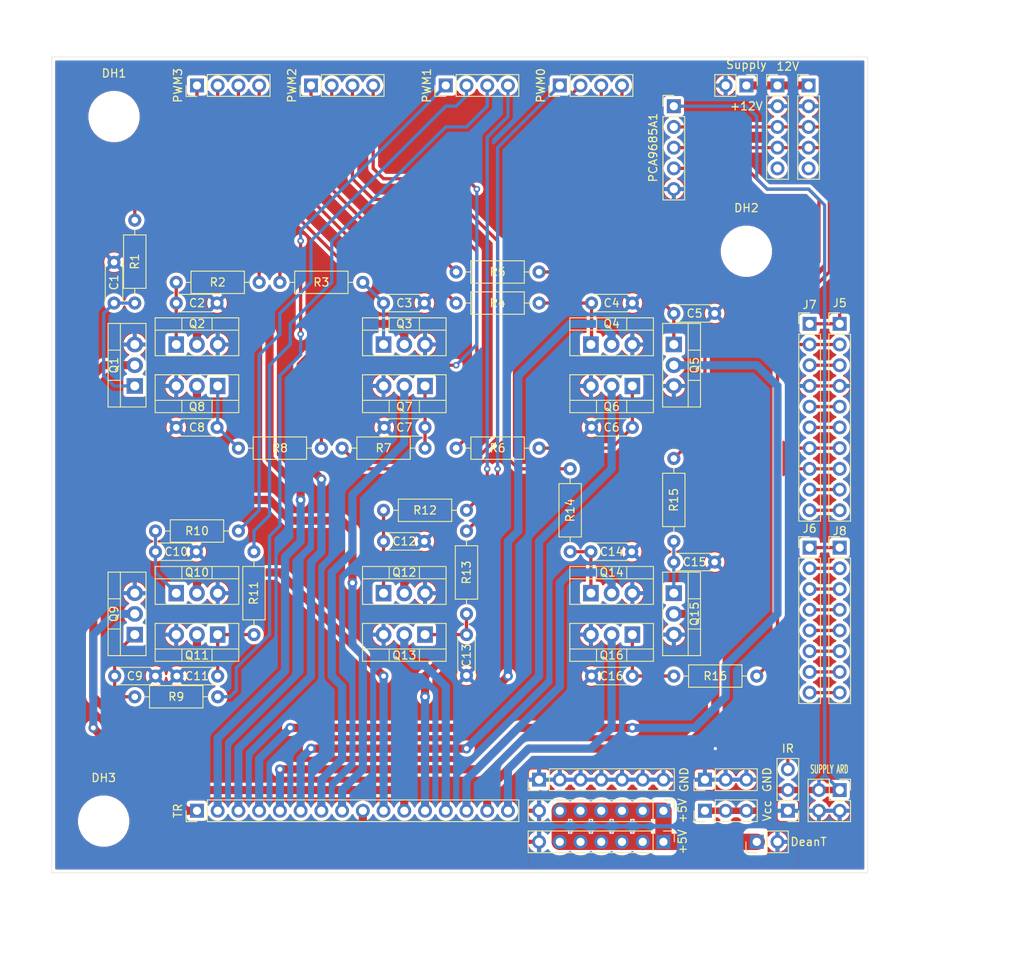
<source format=kicad_pcb>
(kicad_pcb (version 20171130) (host pcbnew "(5.1.6)-1")
  (layers (0 F.Cu signal) (31 B.Cu signal) (34 B.Paste user) (35 F.Paste user) (36 B.SilkS user) (37 F.SilkS user) (38 B.Mask user) (39 F.Mask user) (44 Edge.Cuts user))
  (net 0 "")
  (net 1 "Net-(C1-Pad1)")
  (net 2 GND)
  (net 3 "Net-(C2-Pad1)")
  (net 4 "Net-(C3-Pad1)")
  (net 5 "Net-(C4-Pad1)")
  (net 6 "Net-(C5-Pad1)")
  (net 7 "Net-(C6-Pad1)")
  (net 8 "Net-(C7-Pad1)")
  (net 9 "Net-(C8-Pad1)")
  (net 10 "Net-(C9-Pad1)")
  (net 11 "Net-(C10-Pad1)")
  (net 12 "Net-(C11-Pad1)")
  (net 13 "Net-(C12-Pad1)")
  (net 14 "Net-(C13-Pad1)")
  (net 15 "Net-(C14-Pad1)")
  (net 16 "Net-(C15-Pad1)")
  (net 17 "Net-(C16-Pad1)")
  (net 18 5V+)
  (net 19 DI8)
  (net 20 DI9)
  (net 21 DI10)
  (net 22 DI11)
  (net 23 DI12)
  (net 24 DI13)
  (net 25 AREF)
  (net 26 SDA1)
  (net 27 SCL1)
  (net 28 DI0)
  (net 29 DI1)
  (net 30 DI2)
  (net 31 DI3)
  (net 32 DI4)
  (net 33 DI5)
  (net 34 DI6)
  (net 35 DI7)
  (net 36 Vcc)
  (net 37 LED13)
  (net 38 LED12)
  (net 39 LED11)
  (net 40 LED03)
  (net 41 LED02)
  (net 42 LED01)
  (net 43 D01)
  (net 44 D02)
  (net 45 D03)
  (net 46 D11)
  (net 47 D13)
  (net 48 D12)
  (net 49 LED10)
  (net 50 LED14)
  (net 51 LED15)
  (net 52 LED16)
  (net 53 LED09)
  (net 54 LED08)
  (net 55 LED07)
  (net 56 LED06)
  (net 57 LED05)
  (net 58 LED04)
  (net 59 D04)
  (net 60 D08)
  (net 61 D07)
  (net 62 D06)
  (net 63 D05)
  (net 64 D10)
  (net 65 D09)
  (net 66 D14)
  (net 67 D15)
  (net 68 D16)
  (net 69 12V+)
  (net 70 "Net-(12V1-Pad5)")
  (net 71 "Net-(Supply1-Pad5)")
  (module Package_TO_SOT_THT:TO-220-3_Vertical (layer F.Cu) (at 157.48 127)
    (fp_text reference Q14 (at 2.54 -2.54) (layer F.SilkS))
    (fp_text value TIP120)
    (pad 1 thru_hole rect (at 0 0) (size 1.905 2) (drill 1.1) (layers *.Cu *.Mask) (net 15 "Net-(C14-Pad1)"))
    (pad 2 thru_hole oval (at 2.54 0) (size 1.905 2) (drill 1.1) (layers *.Cu *.Mask) (net 50 LED14))
    (pad 3 thru_hole oval (at 5.08 0) (size 1.905 2) (drill 1.1) (layers *.Cu *.Mask) (net 2 GND))
  )
  (module MountingHole:MountingHole_4.3mm_M4 (layer F.Cu) (at 176.53 85.09)
    (fp_text reference DH2 (at 0 -5.3) (layer F.SilkS))
    (fp_text value MountingHole_4.3mm_M4)
    (pad "" np_thru_hole circle (at 0 0) (size 4.3 4.3) (drill 4.3) (layers *.Cu *.Mask) (clearance 1))
  )
  (module Resistor_THT:R_Axial_DIN0207_L6.3mm_D2.5mm_P10.16mm_Horizontal (layer F.Cu) (at 142.24 119.38 270)
    (fp_text reference R13 (at 5.08 0 90) (layer F.SilkS))
    (fp_text value 3k3)
    (pad 1 thru_hole circle (at 0 0 270) (size 1.6 1.6) (drill 0.8) (layers *.Cu *.Mask) (net 47 D13))
    (pad 2 thru_hole oval (at 10.16 0 270) (size 1.6 1.6) (drill 0.8) (layers *.Cu *.Mask) (net 14 "Net-(C13-Pad1)"))
  )
  (module Connector_PinHeader_2.54mm:PinHeader_1x04_P2.54mm_Vertical (layer F.Cu) (at 139.7 64.77 90)
    (fp_text reference PWM1 (at 0 -2.33 90) (layer F.SilkS))
    (fp_text value PWMpair3)
    (pad 4 thru_hole oval (at 0 7.62 90) (size 1.7 1.7) (drill 1) (layers *.Cu *.Mask) (net 48 D12))
    (pad 3 thru_hole oval (at 0 5.08 90) (size 1.7 1.7) (drill 1) (layers *.Cu *.Mask) (net 46 D11))
    (pad 2 thru_hole oval (at 0 2.54 90) (size 1.7 1.7) (drill 1) (layers *.Cu *.Mask) (net 64 D10))
    (pad 1 thru_hole rect (at 0 0 90) (size 1.7 1.7) (drill 1) (layers *.Cu *.Mask) (net 65 D09))
  )
  (module MountingHole:MountingHole_4.3mm_M4 (layer F.Cu) (at 97.79 154.94)
    (fp_text reference DH3 (at 0 -5.3) (layer F.SilkS))
    (fp_text value MountingHole_4.3mm_M4)
    (pad "" np_thru_hole circle (at 0 0) (size 4.3 4.3) (drill 4.3) (layers *.Cu *.Mask) (clearance 1))
  )
  (module MountingHole:MountingHole_4.3mm_M4 (layer F.Cu) (at 99.06 68.58)
    (fp_text reference DH1 (at 0 -5.3) (layer F.SilkS))
    (fp_text value MountingHole_4.3mm_M4)
    (pad "" np_thru_hole circle (at 0 0) (size 4.3 4.3) (drill 4.3) (layers *.Cu *.Mask) (clearance 1))
  )
  (module Package_TO_SOT_THT:TO-220-3_Vertical (layer F.Cu) (at 167.64 96.52 270)
    (fp_text reference Q5 (at 2.54 -2.54 270) (layer F.SilkS))
    (fp_text value TIP120)
    (pad 3 thru_hole oval (at 5.08 0 270) (size 1.905 2) (drill 1.1) (layers *.Cu *.Mask) (net 2 GND))
    (pad 2 thru_hole oval (at 2.54 0 270) (size 1.905 2) (drill 1.1) (layers *.Cu *.Mask) (net 57 LED05))
    (pad 1 thru_hole rect (at 0 0 270) (size 1.905 2) (drill 1.1) (layers *.Cu *.Mask) (net 6 "Net-(C5-Pad1)"))
  )
  (module Resistor_THT:R_Axial_DIN0207_L6.3mm_D2.5mm_P10.16mm_Horizontal (layer F.Cu) (at 140.97 91.44)
    (fp_text reference R4 (at 5.08 0) (layer F.SilkS))
    (fp_text value 3k3)
    (pad 2 thru_hole oval (at 10.16 0) (size 1.6 1.6) (drill 0.8) (layers *.Cu *.Mask) (net 5 "Net-(C4-Pad1)"))
    (pad 1 thru_hole circle (at 0 0) (size 1.6 1.6) (drill 0.8) (layers *.Cu *.Mask) (net 59 D04))
  )
  (module Resistor_THT:R_Axial_DIN0207_L6.3mm_D2.5mm_P10.16mm_Horizontal (layer F.Cu) (at 140.97 109.22)
    (fp_text reference R6 (at 5.08 0) (layer F.SilkS))
    (fp_text value 3k3)
    (pad 2 thru_hole oval (at 10.16 0) (size 1.6 1.6) (drill 0.8) (layers *.Cu *.Mask) (net 7 "Net-(C6-Pad1)"))
    (pad 1 thru_hole circle (at 0 0) (size 1.6 1.6) (drill 0.8) (layers *.Cu *.Mask) (net 62 D06))
  )
  (module Capacitor_THT:C_Disc_D4.3mm_W1.9mm_P5.00mm (layer F.Cu) (at 99.06 91.44 90)
    (fp_text reference C1 (at 2.54 0 90) (layer F.SilkS))
    (fp_text value 100n)
    (pad 1 thru_hole circle (at 0 0 90) (size 1.6 1.6) (drill 0.8) (layers *.Cu *.Mask) (net 1 "Net-(C1-Pad1)"))
    (pad 2 thru_hole circle (at 5 0 90) (size 1.6 1.6) (drill 0.8) (layers *.Cu *.Mask) (net 2 GND))
  )
  (module Capacitor_THT:C_Disc_D4.3mm_W1.9mm_P5.00mm (layer F.Cu) (at 106.68 91.44)
    (fp_text reference C2 (at 2.54 0) (layer F.SilkS))
    (fp_text value 100n)
    (pad 2 thru_hole circle (at 5 0) (size 1.6 1.6) (drill 0.8) (layers *.Cu *.Mask) (net 2 GND))
    (pad 1 thru_hole circle (at 0 0) (size 1.6 1.6) (drill 0.8) (layers *.Cu *.Mask) (net 3 "Net-(C2-Pad1)"))
  )
  (module Capacitor_THT:C_Disc_D4.3mm_W1.9mm_P5.00mm (layer F.Cu) (at 132.08 91.44)
    (fp_text reference C3 (at 2.54 0) (layer F.SilkS))
    (fp_text value 100n)
    (pad 2 thru_hole circle (at 5 0) (size 1.6 1.6) (drill 0.8) (layers *.Cu *.Mask) (net 2 GND))
    (pad 1 thru_hole circle (at 0 0) (size 1.6 1.6) (drill 0.8) (layers *.Cu *.Mask) (net 4 "Net-(C3-Pad1)"))
  )
  (module Capacitor_THT:C_Disc_D4.3mm_W1.9mm_P5.00mm (layer F.Cu) (at 157.56 91.44)
    (fp_text reference C4 (at 2.46 0) (layer F.SilkS))
    (fp_text value 100n)
    (pad 1 thru_hole circle (at 0 0) (size 1.6 1.6) (drill 0.8) (layers *.Cu *.Mask) (net 5 "Net-(C4-Pad1)"))
    (pad 2 thru_hole circle (at 5 0) (size 1.6 1.6) (drill 0.8) (layers *.Cu *.Mask) (net 2 GND))
  )
  (module Capacitor_THT:C_Disc_D4.3mm_W1.9mm_P5.00mm (layer F.Cu) (at 167.64 92.71)
    (fp_text reference C5 (at 2.54 0) (layer F.SilkS))
    (fp_text value 100n)
    (pad 1 thru_hole circle (at 0 0) (size 1.6 1.6) (drill 0.8) (layers *.Cu *.Mask) (net 6 "Net-(C5-Pad1)"))
    (pad 2 thru_hole circle (at 5 0) (size 1.6 1.6) (drill 0.8) (layers *.Cu *.Mask) (net 2 GND))
  )
  (module Capacitor_THT:C_Disc_D4.3mm_W1.9mm_P5.00mm (layer F.Cu) (at 162.56 106.68 180)
    (fp_text reference C6 (at 2.54 0) (layer F.SilkS))
    (fp_text value 100n)
    (pad 1 thru_hole circle (at 0 0 180) (size 1.6 1.6) (drill 0.8) (layers *.Cu *.Mask) (net 7 "Net-(C6-Pad1)"))
    (pad 2 thru_hole circle (at 5 0 180) (size 1.6 1.6) (drill 0.8) (layers *.Cu *.Mask) (net 2 GND))
  )
  (module Capacitor_THT:C_Disc_D4.3mm_W1.9mm_P5.00mm (layer F.Cu) (at 137.16 106.68 180)
    (fp_text reference C7 (at 2.54 0) (layer F.SilkS))
    (fp_text value 100n)
    (pad 2 thru_hole circle (at 5 0 180) (size 1.6 1.6) (drill 0.8) (layers *.Cu *.Mask) (net 2 GND))
    (pad 1 thru_hole circle (at 0 0 180) (size 1.6 1.6) (drill 0.8) (layers *.Cu *.Mask) (net 8 "Net-(C7-Pad1)"))
  )
  (module Capacitor_THT:C_Disc_D4.3mm_W1.9mm_P5.00mm (layer F.Cu) (at 111.68 106.68 180)
    (fp_text reference C8 (at 2.46 0) (layer F.SilkS))
    (fp_text value 100n)
    (pad 2 thru_hole circle (at 5 0 180) (size 1.6 1.6) (drill 0.8) (layers *.Cu *.Mask) (net 2 GND))
    (pad 1 thru_hole circle (at 0 0 180) (size 1.6 1.6) (drill 0.8) (layers *.Cu *.Mask) (net 9 "Net-(C8-Pad1)"))
  )
  (module Capacitor_THT:C_Disc_D4.3mm_W1.9mm_P5.00mm (layer F.Cu) (at 99.14 137.16)
    (fp_text reference C9 (at 2.46 0) (layer F.SilkS))
    (fp_text value 100n)
    (pad 2 thru_hole circle (at 5 0) (size 1.6 1.6) (drill 0.8) (layers *.Cu *.Mask) (net 2 GND))
    (pad 1 thru_hole circle (at 0 0) (size 1.6 1.6) (drill 0.8) (layers *.Cu *.Mask) (net 10 "Net-(C9-Pad1)"))
  )
  (module Capacitor_THT:C_Disc_D4.3mm_W1.9mm_P5.00mm (layer F.Cu) (at 104.14 121.92)
    (fp_text reference C10 (at 2.54 0) (layer F.SilkS))
    (fp_text value 100n)
    (pad 1 thru_hole circle (at 0 0) (size 1.6 1.6) (drill 0.8) (layers *.Cu *.Mask) (net 11 "Net-(C10-Pad1)"))
    (pad 2 thru_hole circle (at 5 0) (size 1.6 1.6) (drill 0.8) (layers *.Cu *.Mask) (net 2 GND))
  )
  (module Capacitor_THT:C_Disc_D4.3mm_W1.9mm_P5.00mm (layer F.Cu) (at 111.76 137.16 180)
    (fp_text reference C11 (at 2.54 0) (layer F.SilkS))
    (fp_text value 100n)
    (pad 1 thru_hole circle (at 0 0 180) (size 1.6 1.6) (drill 0.8) (layers *.Cu *.Mask) (net 12 "Net-(C11-Pad1)"))
    (pad 2 thru_hole circle (at 5 0 180) (size 1.6 1.6) (drill 0.8) (layers *.Cu *.Mask) (net 2 GND))
  )
  (module Capacitor_THT:C_Disc_D4.3mm_W1.9mm_P5.00mm (layer F.Cu) (at 132.08 120.65)
    (fp_text reference C12 (at 2.54 0) (layer F.SilkS))
    (fp_text value 100n)
    (pad 2 thru_hole circle (at 5 0) (size 1.6 1.6) (drill 0.8) (layers *.Cu *.Mask) (net 2 GND))
    (pad 1 thru_hole circle (at 0 0) (size 1.6 1.6) (drill 0.8) (layers *.Cu *.Mask) (net 13 "Net-(C12-Pad1)"))
  )
  (module Capacitor_THT:C_Disc_D4.3mm_W1.9mm_P5.00mm (layer F.Cu) (at 142.24 132.08 270)
    (fp_text reference C13 (at 2.54 0 90) (layer F.SilkS))
    (fp_text value 100n)
    (pad 2 thru_hole circle (at 5 0 270) (size 1.6 1.6) (drill 0.8) (layers *.Cu *.Mask) (net 2 GND))
    (pad 1 thru_hole circle (at 0 0 270) (size 1.6 1.6) (drill 0.8) (layers *.Cu *.Mask) (net 14 "Net-(C13-Pad1)"))
  )
  (module Capacitor_THT:C_Disc_D4.3mm_W1.9mm_P5.00mm (layer F.Cu) (at 157.48 121.92)
    (fp_text reference C14 (at 2.54 0) (layer F.SilkS))
    (fp_text value 100n)
    (pad 2 thru_hole circle (at 5 0) (size 1.6 1.6) (drill 0.8) (layers *.Cu *.Mask) (net 2 GND))
    (pad 1 thru_hole circle (at 0 0) (size 1.6 1.6) (drill 0.8) (layers *.Cu *.Mask) (net 15 "Net-(C14-Pad1)"))
  )
  (module Capacitor_THT:C_Disc_D4.3mm_W1.9mm_P5.00mm (layer F.Cu) (at 167.64 123.19)
    (fp_text reference C15 (at 2.54 0) (layer F.SilkS))
    (fp_text value 100n)
    (pad 1 thru_hole circle (at 0 0) (size 1.6 1.6) (drill 0.8) (layers *.Cu *.Mask) (net 16 "Net-(C15-Pad1)"))
    (pad 2 thru_hole circle (at 5 0) (size 1.6 1.6) (drill 0.8) (layers *.Cu *.Mask) (net 2 GND))
  )
  (module Capacitor_THT:C_Disc_D4.3mm_W1.9mm_P5.00mm (layer F.Cu) (at 162.56 137.16 180)
    (fp_text reference C16 (at 2.54 0) (layer F.SilkS))
    (fp_text value 100n)
    (pad 1 thru_hole circle (at 0 0 180) (size 1.6 1.6) (drill 0.8) (layers *.Cu *.Mask) (net 17 "Net-(C16-Pad1)"))
    (pad 2 thru_hole circle (at 5 0 180) (size 1.6 1.6) (drill 0.8) (layers *.Cu *.Mask) (net 2 GND))
  )
  (module Connector_PinHeader_2.54mm:PinHeader_1x10_P2.54mm_Vertical (layer F.Cu) (at 187.96 93.98)
    (fp_text reference J5 (at 0 -2.54) (layer F.SilkS))
    (fp_text value "Ard 01")
    (pad 10 thru_hole oval (at 0 22.86) (size 1.7 1.7) (drill 1) (layers *.Cu *.Mask) (net 19 DI8))
    (pad 9 thru_hole oval (at 0 20.32) (size 1.7 1.7) (drill 1) (layers *.Cu *.Mask) (net 20 DI9))
    (pad 8 thru_hole oval (at 0 17.78) (size 1.7 1.7) (drill 1) (layers *.Cu *.Mask) (net 21 DI10))
    (pad 7 thru_hole oval (at 0 15.24) (size 1.7 1.7) (drill 1) (layers *.Cu *.Mask) (net 22 DI11))
    (pad 6 thru_hole oval (at 0 12.7) (size 1.7 1.7) (drill 1) (layers *.Cu *.Mask) (net 23 DI12))
    (pad 5 thru_hole oval (at 0 10.16) (size 1.7 1.7) (drill 1) (layers *.Cu *.Mask) (net 24 DI13))
    (pad 4 thru_hole oval (at 0 7.62) (size 1.7 1.7) (drill 1) (layers *.Cu *.Mask) (net 2 GND))
    (pad 3 thru_hole oval (at 0 5.08) (size 1.7 1.7) (drill 1) (layers *.Cu *.Mask) (net 25 AREF))
    (pad 2 thru_hole oval (at 0 2.54) (size 1.7 1.7) (drill 1) (layers *.Cu *.Mask) (net 26 SDA1))
    (pad 1 thru_hole rect (at 0 0) (size 1.7 1.7) (drill 1) (layers *.Cu *.Mask) (net 27 SCL1))
  )
  (module Connector_PinHeader_2.54mm:PinHeader_1x08_P2.54mm_Vertical (layer F.Cu) (at 187.96 121.412)
    (fp_text reference J8 (at 0 -2.032) (layer F.SilkS))
    (fp_text value "Ard 02_1")
    (pad 1 thru_hole rect (at 0 0) (size 1.7 1.7) (drill 1) (layers *.Cu *.Mask) (net 35 DI7))
    (pad 2 thru_hole oval (at 0 2.54) (size 1.7 1.7) (drill 1) (layers *.Cu *.Mask) (net 34 DI6))
    (pad 3 thru_hole oval (at 0 5.08) (size 1.7 1.7) (drill 1) (layers *.Cu *.Mask) (net 33 DI5))
    (pad 4 thru_hole oval (at 0 7.62) (size 1.7 1.7) (drill 1) (layers *.Cu *.Mask) (net 32 DI4))
    (pad 5 thru_hole oval (at 0 10.16) (size 1.7 1.7) (drill 1) (layers *.Cu *.Mask) (net 31 DI3))
    (pad 6 thru_hole oval (at 0 12.7) (size 1.7 1.7) (drill 1) (layers *.Cu *.Mask) (net 30 DI2))
    (pad 7 thru_hole oval (at 0 15.24) (size 1.7 1.7) (drill 1) (layers *.Cu *.Mask) (net 29 DI1))
    (pad 8 thru_hole oval (at 0 17.78) (size 1.7 1.7) (drill 1) (layers *.Cu *.Mask) (net 28 DI0))
  )
  (module Connector_PinHeader_2.54mm:PinHeader_1x05_P2.54mm_Vertical (layer F.Cu) (at 167.64 67.31)
    (fp_text reference PCA9685A1 (at -2.54 5.08 90) (layer F.SilkS))
    (fp_text value Inputs_PCA9685A)
    (pad 1 thru_hole rect (at 0 0) (size 1.7 1.7) (drill 1) (layers *.Cu *.Mask) (net 36 Vcc))
    (pad 2 thru_hole oval (at 0 2.54) (size 1.7 1.7) (drill 1) (layers *.Cu *.Mask) (net 27 SCL1))
    (pad 3 thru_hole oval (at 0 5.08) (size 1.7 1.7) (drill 1) (layers *.Cu *.Mask) (net 26 SDA1))
    (pad 4 thru_hole oval (at 0 7.62) (size 1.7 1.7) (drill 1) (layers *.Cu *.Mask) (net 22 DI11))
    (pad 5 thru_hole oval (at 0 10.16) (size 1.7 1.7) (drill 1) (layers *.Cu *.Mask) (net 2 GND))
  )
  (module Connector_PinHeader_2.54mm:PinHeader_1x03_P2.54mm_Vertical (layer F.Cu) (at 181.61 153.67 180)
    (fp_text reference IR (at 0 7.62) (layer F.SilkS))
    (fp_text value "PINOUT IR")
    (pad 1 thru_hole rect (at 0 0 180) (size 1.7 1.7) (drill 1) (layers *.Cu *.Mask) (net 2 GND))
    (pad 2 thru_hole oval (at 0 2.54 180) (size 1.7 1.7) (drill 1) (layers *.Cu *.Mask) (net 36 Vcc))
    (pad 3 thru_hole oval (at 0 5.08 180) (size 1.7 1.7) (drill 1) (layers *.Cu *.Mask) (net 21 DI10))
  )
  (module Connector_PinHeader_2.54mm:PinHeader_1x04_P2.54mm_Vertical (layer F.Cu) (at 109.22 64.77 90)
    (fp_text reference PWM3 (at 0 -2.33 90) (layer F.SilkS))
    (fp_text value PWMpair1)
    (pad 1 thru_hole rect (at 0 0 90) (size 1.7 1.7) (drill 1) (layers *.Cu *.Mask) (net 43 D01))
    (pad 2 thru_hole oval (at 0 2.54 90) (size 1.7 1.7) (drill 1) (layers *.Cu *.Mask) (net 44 D02))
    (pad 3 thru_hole oval (at 0 5.08 90) (size 1.7 1.7) (drill 1) (layers *.Cu *.Mask) (net 45 D03))
    (pad 4 thru_hole oval (at 0 7.62 90) (size 1.7 1.7) (drill 1) (layers *.Cu *.Mask) (net 59 D04))
  )
  (module Connector_PinHeader_2.54mm:PinHeader_1x04_P2.54mm_Vertical (layer F.Cu) (at 123.19 64.77 90)
    (fp_text reference PWM2 (at 0 -2.33 90) (layer F.SilkS))
    (fp_text value PWMpair2)
    (pad 4 thru_hole oval (at 0 7.62 90) (size 1.7 1.7) (drill 1) (layers *.Cu *.Mask) (net 60 D08))
    (pad 3 thru_hole oval (at 0 5.08 90) (size 1.7 1.7) (drill 1) (layers *.Cu *.Mask) (net 61 D07))
    (pad 2 thru_hole oval (at 0 2.54 90) (size 1.7 1.7) (drill 1) (layers *.Cu *.Mask) (net 62 D06))
    (pad 1 thru_hole rect (at 0 0 90) (size 1.7 1.7) (drill 1) (layers *.Cu *.Mask) (net 63 D05))
  )
  (module Connector_PinHeader_2.54mm:PinHeader_1x04_P2.54mm_Vertical (layer F.Cu) (at 153.67 64.77 90)
    (fp_text reference PWM0 (at 0 -2.33 90) (layer F.SilkS))
    (fp_text value PWMpair4)
    (pad 1 thru_hole rect (at 0 0 90) (size 1.7 1.7) (drill 1) (layers *.Cu *.Mask) (net 47 D13))
    (pad 2 thru_hole oval (at 0 2.54 90) (size 1.7 1.7) (drill 1) (layers *.Cu *.Mask) (net 66 D14))
    (pad 3 thru_hole oval (at 0 5.08 90) (size 1.7 1.7) (drill 1) (layers *.Cu *.Mask) (net 67 D15))
    (pad 4 thru_hole oval (at 0 7.62 90) (size 1.7 1.7) (drill 1) (layers *.Cu *.Mask) (net 68 D16))
  )
  (module Package_TO_SOT_THT:TO-220-3_Vertical (layer F.Cu) (at 101.6 101.6 90)
    (fp_text reference Q1 (at 2.54 -2.54 90) (layer F.SilkS))
    (fp_text value TIP120)
    (pad 1 thru_hole rect (at 0 0 90) (size 1.905 2) (drill 1.1) (layers *.Cu *.Mask) (net 1 "Net-(C1-Pad1)"))
    (pad 2 thru_hole oval (at 2.54 0 90) (size 1.905 2) (drill 1.1) (layers *.Cu *.Mask) (net 42 LED01))
    (pad 3 thru_hole oval (at 5.08 0 90) (size 1.905 2) (drill 1.1) (layers *.Cu *.Mask) (net 2 GND))
  )
  (module Package_TO_SOT_THT:TO-220-3_Vertical (layer F.Cu) (at 106.68 96.52)
    (fp_text reference Q2 (at 2.54 -2.54) (layer F.SilkS))
    (fp_text value TIP120)
    (pad 1 thru_hole rect (at 0 0) (size 1.905 2) (drill 1.1) (layers *.Cu *.Mask) (net 3 "Net-(C2-Pad1)"))
    (pad 2 thru_hole oval (at 2.54 0) (size 1.905 2) (drill 1.1) (layers *.Cu *.Mask) (net 41 LED02))
    (pad 3 thru_hole oval (at 5.08 0) (size 1.905 2) (drill 1.1) (layers *.Cu *.Mask) (net 2 GND))
  )
  (module Package_TO_SOT_THT:TO-220-3_Vertical (layer F.Cu) (at 132.08 96.52)
    (fp_text reference Q3 (at 2.54 -2.54) (layer F.SilkS))
    (fp_text value TIP120)
    (pad 3 thru_hole oval (at 5.08 0) (size 1.905 2) (drill 1.1) (layers *.Cu *.Mask) (net 2 GND))
    (pad 2 thru_hole oval (at 2.54 0) (size 1.905 2) (drill 1.1) (layers *.Cu *.Mask) (net 40 LED03))
    (pad 1 thru_hole rect (at 0 0) (size 1.905 2) (drill 1.1) (layers *.Cu *.Mask) (net 4 "Net-(C3-Pad1)"))
  )
  (module Package_TO_SOT_THT:TO-220-3_Vertical (layer F.Cu) (at 157.48 96.52)
    (fp_text reference Q4 (at 2.54 -2.54) (layer F.SilkS))
    (fp_text value TIP120)
    (pad 3 thru_hole oval (at 5.08 0) (size 1.905 2) (drill 1.1) (layers *.Cu *.Mask) (net 2 GND))
    (pad 2 thru_hole oval (at 2.54 0) (size 1.905 2) (drill 1.1) (layers *.Cu *.Mask) (net 58 LED04))
    (pad 1 thru_hole rect (at 0 0) (size 1.905 2) (drill 1.1) (layers *.Cu *.Mask) (net 5 "Net-(C4-Pad1)"))
  )
  (module Package_TO_SOT_THT:TO-220-3_Vertical (layer F.Cu) (at 162.56 101.6 180)
    (fp_text reference Q6 (at 2.54 -2.54) (layer F.SilkS))
    (fp_text value TIP120)
    (pad 1 thru_hole rect (at 0 0 180) (size 1.905 2) (drill 1.1) (layers *.Cu *.Mask) (net 7 "Net-(C6-Pad1)"))
    (pad 2 thru_hole oval (at 2.54 0 180) (size 1.905 2) (drill 1.1) (layers *.Cu *.Mask) (net 56 LED06))
    (pad 3 thru_hole oval (at 5.08 0 180) (size 1.905 2) (drill 1.1) (layers *.Cu *.Mask) (net 2 GND))
  )
  (module Package_TO_SOT_THT:TO-220-3_Vertical (layer F.Cu) (at 137.16 101.6 180)
    (fp_text reference Q7 (at 2.54 -2.54) (layer F.SilkS))
    (fp_text value TIP120)
    (pad 1 thru_hole rect (at 0 0 180) (size 1.905 2) (drill 1.1) (layers *.Cu *.Mask) (net 8 "Net-(C7-Pad1)"))
    (pad 2 thru_hole oval (at 2.54 0 180) (size 1.905 2) (drill 1.1) (layers *.Cu *.Mask) (net 55 LED07))
    (pad 3 thru_hole oval (at 5.08 0 180) (size 1.905 2) (drill 1.1) (layers *.Cu *.Mask) (net 2 GND))
  )
  (module Package_TO_SOT_THT:TO-220-3_Vertical (layer F.Cu) (at 111.76 101.6 180)
    (fp_text reference Q8 (at 2.54 -2.54) (layer F.SilkS))
    (fp_text value TIP120)
    (pad 3 thru_hole oval (at 5.08 0 180) (size 1.905 2) (drill 1.1) (layers *.Cu *.Mask) (net 2 GND))
    (pad 2 thru_hole oval (at 2.54 0 180) (size 1.905 2) (drill 1.1) (layers *.Cu *.Mask) (net 54 LED08))
    (pad 1 thru_hole rect (at 0 0 180) (size 1.905 2) (drill 1.1) (layers *.Cu *.Mask) (net 9 "Net-(C8-Pad1)"))
  )
  (module Package_TO_SOT_THT:TO-220-3_Vertical (layer F.Cu) (at 101.6 132.08 90)
    (fp_text reference Q9 (at 2.54 -2.54 270) (layer F.SilkS))
    (fp_text value TIP120)
    (pad 3 thru_hole oval (at 5.08 0 90) (size 1.905 2) (drill 1.1) (layers *.Cu *.Mask) (net 2 GND))
    (pad 2 thru_hole oval (at 2.54 0 90) (size 1.905 2) (drill 1.1) (layers *.Cu *.Mask) (net 53 LED09))
    (pad 1 thru_hole rect (at 0 0 90) (size 1.905 2) (drill 1.1) (layers *.Cu *.Mask) (net 10 "Net-(C9-Pad1)"))
  )
  (module Package_TO_SOT_THT:TO-220-3_Vertical (layer F.Cu) (at 106.68 127)
    (fp_text reference Q10 (at 2.54 -2.54) (layer F.SilkS))
    (fp_text value TIP120)
    (pad 3 thru_hole oval (at 5.08 0) (size 1.905 2) (drill 1.1) (layers *.Cu *.Mask) (net 2 GND))
    (pad 2 thru_hole oval (at 2.54 0) (size 1.905 2) (drill 1.1) (layers *.Cu *.Mask) (net 49 LED10))
    (pad 1 thru_hole rect (at 0 0) (size 1.905 2) (drill 1.1) (layers *.Cu *.Mask) (net 11 "Net-(C10-Pad1)"))
  )
  (module Package_TO_SOT_THT:TO-220-3_Vertical (layer F.Cu) (at 111.76 132.08 180)
    (fp_text reference Q11 (at 2.54 -2.54) (layer F.SilkS))
    (fp_text value TIP120)
    (pad 1 thru_hole rect (at 0 0 180) (size 1.905 2) (drill 1.1) (layers *.Cu *.Mask) (net 12 "Net-(C11-Pad1)"))
    (pad 2 thru_hole oval (at 2.54 0 180) (size 1.905 2) (drill 1.1) (layers *.Cu *.Mask) (net 39 LED11))
    (pad 3 thru_hole oval (at 5.08 0 180) (size 1.905 2) (drill 1.1) (layers *.Cu *.Mask) (net 2 GND))
  )
  (module Package_TO_SOT_THT:TO-220-3_Vertical (layer F.Cu) (at 132.08 127)
    (fp_text reference Q12 (at 2.54 -2.54) (layer F.SilkS))
    (fp_text value TIP120)
    (pad 3 thru_hole oval (at 5.08 0) (size 1.905 2) (drill 1.1) (layers *.Cu *.Mask) (net 2 GND))
    (pad 2 thru_hole oval (at 2.54 0) (size 1.905 2) (drill 1.1) (layers *.Cu *.Mask) (net 38 LED12))
    (pad 1 thru_hole rect (at 0 0) (size 1.905 2) (drill 1.1) (layers *.Cu *.Mask) (net 13 "Net-(C12-Pad1)"))
  )
  (module Package_TO_SOT_THT:TO-220-3_Vertical (layer F.Cu) (at 167.64 127 270)
    (fp_text reference Q15 (at 2.54 -2.54 270) (layer F.SilkS))
    (fp_text value TIP120)
    (pad 1 thru_hole rect (at 0 0 270) (size 1.905 2) (drill 1.1) (layers *.Cu *.Mask) (net 16 "Net-(C15-Pad1)"))
    (pad 2 thru_hole oval (at 2.54 0 270) (size 1.905 2) (drill 1.1) (layers *.Cu *.Mask) (net 51 LED15))
    (pad 3 thru_hole oval (at 5.08 0 270) (size 1.905 2) (drill 1.1) (layers *.Cu *.Mask) (net 2 GND))
  )
  (module Package_TO_SOT_THT:TO-220-3_Vertical (layer F.Cu) (at 162.56 132.08 180)
    (fp_text reference Q16 (at 2.54 -2.54) (layer F.SilkS))
    (fp_text value TIP120)
    (pad 3 thru_hole oval (at 5.08 0 180) (size 1.905 2) (drill 1.1) (layers *.Cu *.Mask) (net 2 GND))
    (pad 2 thru_hole oval (at 2.54 0 180) (size 1.905 2) (drill 1.1) (layers *.Cu *.Mask) (net 52 LED16))
    (pad 1 thru_hole rect (at 0 0 180) (size 1.905 2) (drill 1.1) (layers *.Cu *.Mask) (net 17 "Net-(C16-Pad1)"))
  )
  (module Resistor_THT:R_Axial_DIN0207_L6.3mm_D2.5mm_P10.16mm_Horizontal (layer F.Cu) (at 101.6 81.28 270)
    (fp_text reference R1 (at 5.08 0 90) (layer F.SilkS))
    (fp_text value 3k3)
    (pad 1 thru_hole circle (at 0 0 270) (size 1.6 1.6) (drill 0.8) (layers *.Cu *.Mask) (net 43 D01))
    (pad 2 thru_hole oval (at 10.16 0 270) (size 1.6 1.6) (drill 0.8) (layers *.Cu *.Mask) (net 1 "Net-(C1-Pad1)"))
  )
  (module Resistor_THT:R_Axial_DIN0207_L6.3mm_D2.5mm_P10.16mm_Horizontal (layer F.Cu) (at 116.84 88.9 180)
    (fp_text reference R2 (at 5.08 0) (layer F.SilkS))
    (fp_text value 3k3)
    (pad 2 thru_hole oval (at 10.16 0 180) (size 1.6 1.6) (drill 0.8) (layers *.Cu *.Mask) (net 3 "Net-(C2-Pad1)"))
    (pad 1 thru_hole circle (at 0 0 180) (size 1.6 1.6) (drill 0.8) (layers *.Cu *.Mask) (net 44 D02))
  )
  (module Resistor_THT:R_Axial_DIN0207_L6.3mm_D2.5mm_P10.16mm_Horizontal (layer F.Cu) (at 119.38 88.9)
    (fp_text reference R3 (at 5.08 0) (layer F.SilkS))
    (fp_text value 3k3)
    (pad 1 thru_hole circle (at 0 0) (size 1.6 1.6) (drill 0.8) (layers *.Cu *.Mask) (net 45 D03))
    (pad 2 thru_hole oval (at 10.16 0) (size 1.6 1.6) (drill 0.8) (layers *.Cu *.Mask) (net 4 "Net-(C3-Pad1)"))
  )
  (module Resistor_THT:R_Axial_DIN0207_L6.3mm_D2.5mm_P10.16mm_Horizontal (layer F.Cu) (at 140.97 87.63)
    (fp_text reference R5 (at 5.08 0) (layer F.SilkS))
    (fp_text value 3k3)
    (pad 1 thru_hole circle (at 0 0) (size 1.6 1.6) (drill 0.8) (layers *.Cu *.Mask) (net 63 D05))
    (pad 2 thru_hole oval (at 10.16 0) (size 1.6 1.6) (drill 0.8) (layers *.Cu *.Mask) (net 6 "Net-(C5-Pad1)"))
  )
  (module Resistor_THT:R_Axial_DIN0207_L6.3mm_D2.5mm_P10.16mm_Horizontal (layer F.Cu) (at 127 109.22)
    (fp_text reference R7 (at 5.08 0) (layer F.SilkS))
    (fp_text value 3k3)
    (pad 1 thru_hole circle (at 0 0) (size 1.6 1.6) (drill 0.8) (layers *.Cu *.Mask) (net 61 D07))
    (pad 2 thru_hole oval (at 10.16 0) (size 1.6 1.6) (drill 0.8) (layers *.Cu *.Mask) (net 8 "Net-(C7-Pad1)"))
  )
  (module Resistor_THT:R_Axial_DIN0207_L6.3mm_D2.5mm_P10.16mm_Horizontal (layer F.Cu) (at 124.46 109.22 180)
    (fp_text reference R8 (at 5.08 0) (layer F.SilkS))
    (fp_text value 3k3)
    (pad 2 thru_hole oval (at 10.16 0 180) (size 1.6 1.6) (drill 0.8) (layers *.Cu *.Mask) (net 9 "Net-(C8-Pad1)"))
    (pad 1 thru_hole circle (at 0 0 180) (size 1.6 1.6) (drill 0.8) (layers *.Cu *.Mask) (net 60 D08))
  )
  (module Resistor_THT:R_Axial_DIN0207_L6.3mm_D2.5mm_P10.16mm_Horizontal (layer F.Cu) (at 111.76 139.7 180)
    (fp_text reference R9 (at 5.08 0) (layer F.SilkS))
    (fp_text value 3k3)
    (pad 2 thru_hole oval (at 10.16 0 180) (size 1.6 1.6) (drill 0.8) (layers *.Cu *.Mask) (net 10 "Net-(C9-Pad1)"))
    (pad 1 thru_hole circle (at 0 0 180) (size 1.6 1.6) (drill 0.8) (layers *.Cu *.Mask) (net 65 D09))
  )
  (module Resistor_THT:R_Axial_DIN0207_L6.3mm_D2.5mm_P10.16mm_Horizontal (layer F.Cu) (at 114.3 119.38 180)
    (fp_text reference R10 (at 5.08 0) (layer F.SilkS))
    (fp_text value 3k3)
    (pad 2 thru_hole oval (at 10.16 0 180) (size 1.6 1.6) (drill 0.8) (layers *.Cu *.Mask) (net 11 "Net-(C10-Pad1)"))
    (pad 1 thru_hole circle (at 0 0 180) (size 1.6 1.6) (drill 0.8) (layers *.Cu *.Mask) (net 64 D10))
  )
  (module Resistor_THT:R_Axial_DIN0207_L6.3mm_D2.5mm_P10.16mm_Horizontal (layer F.Cu) (at 116.205 121.92 270)
    (fp_text reference R11 (at 5.08 0.0254 90) (layer F.SilkS))
    (fp_text value 3k3)
    (pad 1 thru_hole circle (at 0 0 270) (size 1.6 1.6) (drill 0.8) (layers *.Cu *.Mask) (net 46 D11))
    (pad 2 thru_hole oval (at 10.16 0 270) (size 1.6 1.6) (drill 0.8) (layers *.Cu *.Mask) (net 12 "Net-(C11-Pad1)"))
  )
  (module Resistor_THT:R_Axial_DIN0207_L6.3mm_D2.5mm_P10.16mm_Horizontal (layer F.Cu) (at 142.24 116.84 180)
    (fp_text reference R12 (at 5.08 0) (layer F.SilkS))
    (fp_text value 3k3)
    (pad 2 thru_hole oval (at 10.16 0 180) (size 1.6 1.6) (drill 0.8) (layers *.Cu *.Mask) (net 13 "Net-(C12-Pad1)"))
    (pad 1 thru_hole circle (at 0 0 180) (size 1.6 1.6) (drill 0.8) (layers *.Cu *.Mask) (net 48 D12))
  )
  (module Resistor_THT:R_Axial_DIN0207_L6.3mm_D2.5mm_P10.16mm_Horizontal (layer F.Cu) (at 154.94 111.76 270)
    (fp_text reference R14 (at 5.08 0 90) (layer F.SilkS))
    (fp_text value 3k3)
    (pad 1 thru_hole circle (at 0 0 270) (size 1.6 1.6) (drill 0.8) (layers *.Cu *.Mask) (net 66 D14))
    (pad 2 thru_hole oval (at 10.16 0 270) (size 1.6 1.6) (drill 0.8) (layers *.Cu *.Mask) (net 15 "Net-(C14-Pad1)"))
  )
  (module Resistor_THT:R_Axial_DIN0207_L6.3mm_D2.5mm_P10.16mm_Horizontal (layer F.Cu) (at 167.64 110.49 270)
    (fp_text reference R15 (at 5.08 0 90) (layer F.SilkS))
    (fp_text value 3k3)
    (pad 1 thru_hole circle (at 0 0 270) (size 1.6 1.6) (drill 0.8) (layers *.Cu *.Mask) (net 67 D15))
    (pad 2 thru_hole oval (at 10.16 0 270) (size 1.6 1.6) (drill 0.8) (layers *.Cu *.Mask) (net 16 "Net-(C15-Pad1)"))
  )
  (module Resistor_THT:R_Axial_DIN0207_L6.3mm_D2.5mm_P10.16mm_Horizontal (layer F.Cu) (at 177.8 137.16 180)
    (fp_text reference R16 (at 5.08 0) (layer F.SilkS))
    (fp_text value 3k3)
    (pad 2 thru_hole oval (at 10.16 0 180) (size 1.6 1.6) (drill 0.8) (layers *.Cu *.Mask) (net 17 "Net-(C16-Pad1)"))
    (pad 1 thru_hole circle (at 0 0 180) (size 1.6 1.6) (drill 0.8) (layers *.Cu *.Mask) (net 68 D16))
  )
  (module Connector_PinHeader_2.54mm:PinHeader_1x05_P2.54mm_Vertical (layer F.Cu) (at 180.34 64.77)
    (fp_text reference Supply (at -3.81 -2.54) (layer F.SilkS))
    (fp_text value INPUTS_Ard02_01)
    (pad 1 thru_hole rect (at 0 0) (size 1.7 1.7) (drill 1) (layers *.Cu *.Mask) (net 69 12V+))
    (pad 2 thru_hole oval (at 0 2.54) (size 1.7 1.7) (drill 1) (layers *.Cu *.Mask) (net 2 GND))
    (pad 3 thru_hole oval (at 0 5.08) (size 1.7 1.7) (drill 1) (layers *.Cu *.Mask) (net 27 SCL1))
    (pad 4 thru_hole oval (at 0 7.62) (size 1.7 1.7) (drill 1) (layers *.Cu *.Mask) (net 26 SDA1))
    (pad 5 thru_hole oval (at 0 10.16) (size 1.7 1.7) (drill 1) (layers *.Cu *.Mask) (net 71 "Net-(Supply1-Pad5)"))
  )
  (module Connector_PinHeader_2.54mm:PinHeader_1x02_P2.54mm_Vertical (layer F.Cu) (at 176.53 64.77 270)
    (fp_text reference +12V (at 2.54 0) (layer F.SilkS))
    (fp_text value 12VOutput)
    (pad 2 thru_hole oval (at 0 2.54 270) (size 1.7 1.7) (drill 1) (layers *.Cu *.Mask) (net 2 GND))
    (pad 1 thru_hole rect (at 0 0 270) (size 1.7 1.7) (drill 1) (layers *.Cu *.Mask) (net 69 12V+))
  )
  (module Connector_PinHeader_2.54mm:PinHeader_1x05_P2.54mm_Vertical (layer F.Cu) (at 184.15 64.77)
    (fp_text reference 12V (at -2.54 -2.33) (layer F.SilkS))
    (fp_text value INPUTS_Ard02)
    (pad 5 thru_hole oval (at 0 10.16) (size 1.7 1.7) (drill 1) (layers *.Cu *.Mask) (net 70 "Net-(12V1-Pad5)"))
    (pad 4 thru_hole oval (at 0 7.62) (size 1.7 1.7) (drill 1) (layers *.Cu *.Mask) (net 26 SDA1))
    (pad 3 thru_hole oval (at 0 5.08) (size 1.7 1.7) (drill 1) (layers *.Cu *.Mask) (net 27 SCL1))
    (pad 2 thru_hole oval (at 0 2.54) (size 1.7 1.7) (drill 1) (layers *.Cu *.Mask) (net 2 GND))
    (pad 1 thru_hole rect (at 0 0) (size 1.7 1.7) (drill 1) (layers *.Cu *.Mask) (net 69 12V+))
  )
  (module Connector_PinHeader_2.54mm:PinHeader_1x02_P2.54mm_Vertical (layer F.Cu) (at 177.8 157.48 90)
    (fp_text reference DeanT (at 0 6.35) (layer F.SilkS))
    (fp_text value DeanTInput_01)
    (pad 1 thru_hole rect (at 0 0 90) (size 1.7 1.7) (drill 1) (layers *.Cu *.Mask) (net 18 5V+))
    (pad 2 thru_hole oval (at 0 2.54 90) (size 1.7 1.7) (drill 1) (layers *.Cu *.Mask) (net 2 GND))
  )
  (module Connector_PinHeader_2.54mm:PinHeader_1x08_P2.54mm_Vertical (layer F.Cu) (at 184.277 121.412)
    (fp_text reference J6 (at 0 -2.33) (layer F.SilkS))
    (fp_text value "Ard 02")
    (pad 1 thru_hole rect (at 0 0) (size 1.7 1.7) (drill 1) (layers *.Cu *.Mask) (net 35 DI7))
    (pad 2 thru_hole oval (at 0 2.54) (size 1.7 1.7) (drill 1) (layers *.Cu *.Mask) (net 34 DI6))
    (pad 3 thru_hole oval (at 0 5.08) (size 1.7 1.7) (drill 1) (layers *.Cu *.Mask) (net 33 DI5))
    (pad 4 thru_hole oval (at 0 7.62) (size 1.7 1.7) (drill 1) (layers *.Cu *.Mask) (net 32 DI4))
    (pad 5 thru_hole oval (at 0 10.16) (size 1.7 1.7) (drill 1) (layers *.Cu *.Mask) (net 31 DI3))
    (pad 6 thru_hole oval (at 0 12.7) (size 1.7 1.7) (drill 1) (layers *.Cu *.Mask) (net 30 DI2))
    (pad 7 thru_hole oval (at 0 15.24) (size 1.7 1.7) (drill 1) (layers *.Cu *.Mask) (net 29 DI1))
    (pad 8 thru_hole oval (at 0 17.78) (size 1.7 1.7) (drill 1) (layers *.Cu *.Mask) (net 28 DI0))
  )
  (module Connector_PinHeader_2.54mm:PinHeader_1x10_P2.54mm_Vertical (layer F.Cu) (at 184.277 93.98)
    (fp_text reference J7 (at 0 -2.33) (layer F.SilkS))
    (fp_text value "Ard 01_1")
    (pad 1 thru_hole rect (at 0 0) (size 1.7 1.7) (drill 1) (layers *.Cu *.Mask) (net 27 SCL1))
    (pad 2 thru_hole oval (at 0 2.54) (size 1.7 1.7) (drill 1) (layers *.Cu *.Mask) (net 26 SDA1))
    (pad 3 thru_hole oval (at 0 5.08) (size 1.7 1.7) (drill 1) (layers *.Cu *.Mask) (net 25 AREF))
    (pad 4 thru_hole oval (at 0 7.62) (size 1.7 1.7) (drill 1) (layers *.Cu *.Mask) (net 2 GND))
    (pad 5 thru_hole oval (at 0 10.16) (size 1.7 1.7) (drill 1) (layers *.Cu *.Mask) (net 24 DI13))
    (pad 6 thru_hole oval (at 0 12.7) (size 1.7 1.7) (drill 1) (layers *.Cu *.Mask) (net 23 DI12))
    (pad 7 thru_hole oval (at 0 15.24) (size 1.7 1.7) (drill 1) (layers *.Cu *.Mask) (net 22 DI11))
    (pad 8 thru_hole oval (at 0 17.78) (size 1.7 1.7) (drill 1) (layers *.Cu *.Mask) (net 21 DI10))
    (pad 9 thru_hole oval (at 0 20.32) (size 1.7 1.7) (drill 1) (layers *.Cu *.Mask) (net 20 DI9))
    (pad 10 thru_hole oval (at 0 22.86) (size 1.7 1.7) (drill 1) (layers *.Cu *.Mask) (net 19 DI8))
  )
  (module Connector_PinHeader_2.54mm:PinHeader_1x07_P2.54mm_Vertical (layer F.Cu) (at 151.13 149.86 90)
    (fp_text reference GND (at 0 17.78 90) (layer F.SilkS))
    (fp_text value "PINOUT GNDS")
    (pad 1 thru_hole rect (at 0 0 90) (size 1.7 1.7) (drill 1) (layers *.Cu *.Mask) (net 2 GND))
    (pad 2 thru_hole oval (at 0 2.54 90) (size 1.7 1.7) (drill 1) (layers *.Cu *.Mask) (net 2 GND))
    (pad 3 thru_hole oval (at 0 5.08 90) (size 1.7 1.7) (drill 1) (layers *.Cu *.Mask) (net 2 GND))
    (pad 4 thru_hole oval (at 0 7.62 90) (size 1.7 1.7) (drill 1) (layers *.Cu *.Mask) (net 2 GND))
    (pad 5 thru_hole oval (at 0 10.16 90) (size 1.7 1.7) (drill 1) (layers *.Cu *.Mask) (net 2 GND))
    (pad 6 thru_hole oval (at 0 12.7 90) (size 1.7 1.7) (drill 1) (layers *.Cu *.Mask) (net 2 GND))
    (pad 7 thru_hole oval (at 0 15.24 90) (size 1.7 1.7) (drill 1) (layers *.Cu *.Mask) (net 2 GND))
  )
  (module Connector_PinHeader_2.54mm:PinHeader_1x07_P2.54mm_Vertical (layer F.Cu) (at 166.37 153.67 270)
    (fp_text reference +5V (at 0 -2.33 90) (layer F.SilkS))
    (fp_text value "SUP ++")
    (pad 7 thru_hole oval (at 0 15.24 270) (size 1.7 1.7) (drill 1) (layers *.Cu *.Mask) (net 2 GND))
    (pad 6 thru_hole oval (at 0 12.7 270) (size 1.7 1.7) (drill 1) (layers *.Cu *.Mask) (net 18 5V+))
    (pad 5 thru_hole oval (at 0 10.16 270) (size 1.7 1.7) (drill 1) (layers *.Cu *.Mask) (net 18 5V+))
    (pad 4 thru_hole oval (at 0 7.62 270) (size 1.7 1.7) (drill 1) (layers *.Cu *.Mask) (net 18 5V+))
    (pad 3 thru_hole oval (at 0 5.08 270) (size 1.7 1.7) (drill 1) (layers *.Cu *.Mask) (net 18 5V+))
    (pad 2 thru_hole oval (at 0 2.54 270) (size 1.7 1.7) (drill 1) (layers *.Cu *.Mask) (net 18 5V+))
    (pad 1 thru_hole rect (at 0 0 270) (size 1.7 1.7) (drill 1) (layers *.Cu *.Mask) (net 18 5V+))
  )
  (module Connector_PinHeader_2.54mm:PinHeader_1x07_P2.54mm_Vertical (layer F.Cu) (at 166.37 157.48 270)
    (fp_text reference +5V (at 0 -2.33 90) (layer F.SilkS))
    (fp_text value "SUP ++")
    (pad 1 thru_hole rect (at 0 0 270) (size 1.7 1.7) (drill 1) (layers *.Cu *.Mask) (net 18 5V+))
    (pad 2 thru_hole oval (at 0 2.54 270) (size 1.7 1.7) (drill 1) (layers *.Cu *.Mask) (net 18 5V+))
    (pad 3 thru_hole oval (at 0 5.08 270) (size 1.7 1.7) (drill 1) (layers *.Cu *.Mask) (net 18 5V+))
    (pad 4 thru_hole oval (at 0 7.62 270) (size 1.7 1.7) (drill 1) (layers *.Cu *.Mask) (net 18 5V+))
    (pad 5 thru_hole oval (at 0 10.16 270) (size 1.7 1.7) (drill 1) (layers *.Cu *.Mask) (net 18 5V+))
    (pad 6 thru_hole oval (at 0 12.7 270) (size 1.7 1.7) (drill 1) (layers *.Cu *.Mask) (net 18 5V+))
    (pad 7 thru_hole oval (at 0 15.24 270) (size 1.7 1.7) (drill 1) (layers *.Cu *.Mask) (net 2 GND))
  )
  (module Connector_PinHeader_2.54mm:PinHeader_1x03_P2.54mm_Vertical (layer F.Cu) (at 171.45 153.67 90)
    (fp_text reference Vcc (at 0 7.62 270) (layer F.SilkS))
    (fp_text value "PINOUT ard Supply")
    (pad 1 thru_hole rect (at 0 0 90) (size 1.7 1.7) (drill 1) (layers *.Cu *.Mask) (net 36 Vcc))
    (pad 2 thru_hole oval (at 0 2.54 90) (size 1.7 1.7) (drill 1) (layers *.Cu *.Mask) (net 36 Vcc))
    (pad 3 thru_hole oval (at 0 5.08 90) (size 1.7 1.7) (drill 1) (layers *.Cu *.Mask) (net 36 Vcc))
  )
  (module Connector_PinHeader_2.54mm:PinHeader_2x02_P2.54mm_Vertical (layer F.Cu) (at 187.96 151.13 270)
    (fp_text reference "SUPPLY ARD" (at -2.54 1.27) (layer F.SilkS) (effects (font (size 1 0.5) (thickness 0.125))))
    (fp_text value SUPPLYard)
    (pad 1 thru_hole rect (at 0 0 270) (size 1.7 1.7) (drill 1) (layers *.Cu *.Mask) (net 36 Vcc))
    (pad 2 thru_hole oval (at 2.54 0 270) (size 1.7 1.7) (drill 1) (layers *.Cu *.Mask) (net 2 GND))
    (pad 3 thru_hole oval (at 0 2.54 270) (size 1.7 1.7) (drill 1) (layers *.Cu *.Mask) (net 36 Vcc))
    (pad 4 thru_hole oval (at 2.54 2.54 270) (size 1.7 1.7) (drill 1) (layers *.Cu *.Mask) (net 2 GND))
  )
  (module Connector_PinHeader_2.54mm:PinHeader_1x03_P2.54mm_Vertical (layer F.Cu) (at 171.45 149.86 90)
    (fp_text reference GND (at 0 7.62 270) (layer F.SilkS))
    (fp_text value "PINOUT GNDs")
    (pad 1 thru_hole rect (at 0 0 90) (size 1.7 1.7) (drill 1) (layers *.Cu *.Mask) (net 2 GND))
    (pad 2 thru_hole oval (at 0 2.54 90) (size 1.7 1.7) (drill 1) (layers *.Cu *.Mask) (net 2 GND))
    (pad 3 thru_hole oval (at 0 5.08 90) (size 1.7 1.7) (drill 1) (layers *.Cu *.Mask) (net 2 GND))
  )
  (module Connector_PinHeader_2.54mm:PinHeader_1x16_P2.54mm_Vertical (layer F.Cu) (at 109.22 153.67 90)
    (fp_text reference TR (at 0 -2.33 90) (layer F.SilkS))
    (fp_text value "RGB pinout")
    (pad 1 thru_hole rect (at 0 0 90) (size 1.7 1.7) (drill 1) (layers *.Cu *.Mask) (net 42 LED01))
    (pad 2 thru_hole oval (at 0 2.54 90) (size 1.7 1.7) (drill 1) (layers *.Cu *.Mask) (net 41 LED02))
    (pad 3 thru_hole oval (at 0 5.08 90) (size 1.7 1.7) (drill 1) (layers *.Cu *.Mask) (net 40 LED03))
    (pad 4 thru_hole oval (at 0 7.62 90) (size 1.7 1.7) (drill 1) (layers *.Cu *.Mask) (net 58 LED04))
    (pad 5 thru_hole oval (at 0 10.16 90) (size 1.7 1.7) (drill 1) (layers *.Cu *.Mask) (net 57 LED05))
    (pad 6 thru_hole oval (at 0 12.7 90) (size 1.7 1.7) (drill 1) (layers *.Cu *.Mask) (net 56 LED06))
    (pad 7 thru_hole oval (at 0 15.24 90) (size 1.7 1.7) (drill 1) (layers *.Cu *.Mask) (net 55 LED07))
    (pad 8 thru_hole oval (at 0 17.78 90) (size 1.7 1.7) (drill 1) (layers *.Cu *.Mask) (net 54 LED08))
    (pad 9 thru_hole oval (at 0 20.32 90) (size 1.7 1.7) (drill 1) (layers *.Cu *.Mask) (net 53 LED09))
    (pad 10 thru_hole oval (at 0 22.86 90) (size 1.7 1.7) (drill 1) (layers *.Cu *.Mask) (net 49 LED10))
    (pad 11 thru_hole oval (at 0 25.4 90) (size 1.7 1.7) (drill 1) (layers *.Cu *.Mask) (net 39 LED11))
    (pad 12 thru_hole oval (at 0 27.94 90) (size 1.7 1.7) (drill 1) (layers *.Cu *.Mask) (net 38 LED12))
    (pad 13 thru_hole oval (at 0 30.48 90) (size 1.7 1.7) (drill 1) (layers *.Cu *.Mask) (net 37 LED13))
    (pad 14 thru_hole oval (at 0 33.02 90) (size 1.7 1.7) (drill 1) (layers *.Cu *.Mask) (net 50 LED14))
    (pad 15 thru_hole oval (at 0 35.56 90) (size 1.7 1.7) (drill 1) (layers *.Cu *.Mask) (net 51 LED15))
    (pad 16 thru_hole oval (at 0 38.1 90) (size 1.7 1.7) (drill 1) (layers *.Cu *.Mask) (net 52 LED16))
  )
  (module Package_TO_SOT_THT:TO-220-3_Vertical (layer F.Cu) (at 137.16 132.08 180)
    (fp_text reference Q13 (at 2.54 -2.54) (layer F.SilkS))
    (fp_text value TIP120)
    (pad 1 thru_hole rect (at 0 0 180) (size 1.905 2) (drill 1.1) (layers *.Cu *.Mask) (net 14 "Net-(C13-Pad1)"))
    (pad 2 thru_hole oval (at 2.54 0 180) (size 1.905 2) (drill 1.1) (layers *.Cu *.Mask) (net 37 LED13))
    (pad 3 thru_hole oval (at 5.08 0 180) (size 1.905 2) (drill 1.1) (layers *.Cu *.Mask) (net 2 GND))
  )
  (gr_line (start 191.389 61.2775) (end 191.389 161.29) (layer Edge.Cuts) (width 0.05))
  (gr_line (start 91.44 161.29) (end 91.44 61.2775) (layer Edge.Cuts) (width 0.05))
  (gr_line (start 191.389 161.29) (end 91.44 161.29) (layer Edge.Cuts) (width 0.05))
  (gr_line (start 91.44 61.2775) (end 191.389 61.2775) (layer Edge.Cuts) (width 0.05))
  (segment (start 101.6 101.6) (end 99.06 101.6) (width 0.4) (layer B.Cu) (net 1))
  (segment (start 99.06 101.6) (end 97.79 100.33) (width 0.4) (layer B.Cu) (net 1))
  (segment (start 97.79 100.33) (end 97.79 92.71) (width 0.4) (layer B.Cu) (net 1))
  (segment (start 97.79 92.71) (end 99.06 91.44) (width 0.4) (layer B.Cu) (net 1))
  (segment (start 101.6 91.44) (end 99.06 91.44) (width 0.4) (layer B.Cu) (net 1))
  (segment (start 187.96 101.6) (end 184.277 101.6) (width 0.4) (layer F.Cu) (net 2))
  (segment (start 151.13 149.86) (end 153.67 149.86) (width 0.4) (layer F.Cu) (net 2))
  (segment (start 153.67 149.86) (end 156.21 149.86) (width 0.4) (layer F.Cu) (net 2))
  (segment (start 156.21 149.86) (end 158.75 149.86) (width 0.4) (layer F.Cu) (net 2))
  (segment (start 158.75 149.86) (end 161.29 149.86) (width 0.4) (layer F.Cu) (net 2))
  (segment (start 161.29 149.86) (end 163.83 149.86) (width 0.4) (layer F.Cu) (net 2))
  (segment (start 163.83 149.86) (end 166.37 149.86) (width 0.4) (layer F.Cu) (net 2))
  (via (at 172.72 146.05) (size 0.8) (drill 0.4) (layers F.Cu B.Cu) (net 2))
  (segment (start 106.68 96.52) (end 106.68 91.44) (width 0.4) (layer F.Cu) (net 3))
  (segment (start 106.68 88.9) (end 106.68 91.44) (width 0.4) (layer F.Cu) (net 3))
  (segment (start 132.08 96.52) (end 132.08 91.44) (width 0.4) (layer B.Cu) (net 4))
  (segment (start 132.08 91.44) (end 129.54 88.9) (width 0.4) (layer B.Cu) (net 4))
  (segment (start 157.56 96.44) (end 157.48 96.52) (width 0.4) (layer F.Cu) (net 5))
  (segment (start 157.56 91.44) (end 157.56 96.44) (width 0.4) (layer F.Cu) (net 5))
  (segment (start 157.56 91.44) (end 151.13 91.44) (width 0.4) (layer F.Cu) (net 5))
  (segment (start 167.64 96.52) (end 167.64 92.71) (width 0.4) (layer F.Cu) (net 6))
  (segment (start 167.64 92.71) (end 162.56 87.63) (width 0.4) (layer F.Cu) (net 6))
  (segment (start 162.56 87.63) (end 151.13 87.63) (width 0.4) (layer F.Cu) (net 6))
  (segment (start 162.56 101.6) (end 162.56 106.68) (width 0.4) (layer F.Cu) (net 7))
  (segment (start 160.02 109.22) (end 162.56 106.68) (width 0.4) (layer F.Cu) (net 7))
  (segment (start 151.13 109.22) (end 160.02 109.22) (width 0.4) (layer F.Cu) (net 7))
  (segment (start 137.16 109.22) (end 137.16 106.68) (width 0.4) (layer F.Cu) (net 8))
  (segment (start 137.16 101.6) (end 137.16 106.68) (width 0.4) (layer F.Cu) (net 8))
  (segment (start 111.68 106.68) (end 111.76 106.68) (width 0.4) (layer F.Cu) (net 9))
  (segment (start 111.76 106.6) (end 111.68 106.68) (width 0.4) (layer B.Cu) (net 9))
  (segment (start 111.76 101.6) (end 111.76 106.6) (width 0.4) (layer B.Cu) (net 9))
  (segment (start 111.76 106.68) (end 114.3 109.22) (width 0.4) (layer B.Cu) (net 9))
  (segment (start 111.68 106.68) (end 111.76 106.68) (width 0.4) (layer B.Cu) (net 9))
  (segment (start 101.6 132.08) (end 99.06 134.62) (width 0.4) (layer F.Cu) (net 10))
  (segment (start 99.14 134.7) (end 99.14 137.16) (width 0.4) (layer F.Cu) (net 10))
  (segment (start 99.06 134.62) (end 99.14 134.7) (width 0.4) (layer F.Cu) (net 10))
  (segment (start 101.6 139.7) (end 100.33 139.7) (width 0.4) (layer F.Cu) (net 10))
  (segment (start 99.14 138.51) (end 99.14 137.16) (width 0.4) (layer F.Cu) (net 10))
  (segment (start 100.33 139.7) (end 99.14 138.51) (width 0.4) (layer F.Cu) (net 10))
  (segment (start 106.68 127) (end 104.14 124.46) (width 0.4) (layer B.Cu) (net 11))
  (segment (start 104.14 124.46) (end 104.14 121.92) (width 0.4) (layer B.Cu) (net 11))
  (segment (start 104.14 119.38) (end 104.14 121.92) (width 0.4) (layer B.Cu) (net 11))
  (segment (start 111.76 137.16) (end 111.76 132.08) (width 0.4) (layer F.Cu) (net 12))
  (segment (start 111.76 132.08) (end 116.205 132.08) (width 0.4) (layer F.Cu) (net 12))
  (segment (start 132.08 116.84) (end 132.08 120.65) (width 0.4) (layer F.Cu) (net 13))
  (segment (start 132.08 120.65) (end 132.08 127) (width 0.4) (layer F.Cu) (net 13))
  (segment (start 142.24 132.08) (end 137.16 132.08) (width 0.4) (layer F.Cu) (net 14))
  (segment (start 142.24 132.08) (end 142.24 129.54) (width 0.4) (layer F.Cu) (net 14))
  (segment (start 154.94 121.92) (end 157.48 121.92) (width 0.4) (layer F.Cu) (net 15))
  (segment (start 157.48 121.92) (end 157.48 127) (width 0.4) (layer F.Cu) (net 15))
  (segment (start 167.64 127) (end 167.64 123.19) (width 0.4) (layer B.Cu) (net 16))
  (segment (start 167.64 120.65) (end 167.64 123.19) (width 0.4) (layer B.Cu) (net 16))
  (segment (start 167.64 137.16) (end 162.56 137.16) (width 0.4) (layer F.Cu) (net 17))
  (segment (start 162.56 137.16) (end 162.56 132.08) (width 0.4) (layer F.Cu) (net 17))
  (segment (start 177.8 157.48) (end 166.37 157.48) (width 2) (layer F.Cu) (net 18))
  (segment (start 166.37 157.48) (end 163.83 157.48) (width 2) (layer F.Cu) (net 18))
  (segment (start 161.29 157.48) (end 163.83 157.48) (width 2) (layer F.Cu) (net 18))
  (segment (start 161.29 157.48) (end 158.75 157.48) (width 2) (layer F.Cu) (net 18))
  (segment (start 158.75 157.48) (end 156.21 157.48) (width 2) (layer F.Cu) (net 18))
  (segment (start 156.21 157.48) (end 153.67 157.48) (width 2) (layer F.Cu) (net 18))
  (segment (start 153.67 157.48) (end 153.67 153.67) (width 2) (layer F.Cu) (net 18))
  (segment (start 153.67 153.67) (end 156.21 153.67) (width 2) (layer F.Cu) (net 18))
  (segment (start 158.75 153.67) (end 156.21 153.67) (width 2) (layer F.Cu) (net 18))
  (segment (start 161.29 153.67) (end 158.75 153.67) (width 2) (layer F.Cu) (net 18))
  (segment (start 163.83 153.67) (end 161.29 153.67) (width 2) (layer F.Cu) (net 18))
  (segment (start 166.37 153.67) (end 163.83 153.67) (width 2) (layer F.Cu) (net 18))
  (segment (start 166.37 153.67) (end 166.37 157.48) (width 2) (layer F.Cu) (net 18))
  (segment (start 163.83 153.67) (end 163.83 157.48) (width 2) (layer F.Cu) (net 18))
  (segment (start 161.29 153.67) (end 161.29 157.48) (width 2) (layer F.Cu) (net 18))
  (segment (start 158.75 153.67) (end 158.75 157.48) (width 2) (layer F.Cu) (net 18))
  (segment (start 156.21 153.67) (end 156.21 157.48) (width 2) (layer F.Cu) (net 18))
  (segment (start 187.96 116.84) (end 184.277 116.84) (width 0.4) (layer F.Cu) (net 19))
  (segment (start 187.96 114.3) (end 184.277 114.3) (width 0.4) (layer F.Cu) (net 20))
  (segment (start 187.96 111.76) (end 184.277 111.76) (width 0.4) (layer F.Cu) (net 21))
  (segment (start 182.88 111.76) (end 184.277 111.76) (width 0.4) (layer F.Cu) (net 21))
  (segment (start 181.61 148.59) (end 181.61 113.03) (width 0.4) (layer F.Cu) (net 21))
  (segment (start 181.61 113.03) (end 182.88 111.76) (width 0.4) (layer F.Cu) (net 21))
  (segment (start 187.96 109.22) (end 184.277 109.22) (width 0.4) (layer F.Cu) (net 22))
  (segment (start 167.64 74.93) (end 176.53 74.93) (width 0.4) (layer F.Cu) (net 22))
  (segment (start 176.53 74.93) (end 179.07 77.47) (width 0.4) (layer F.Cu) (net 22))
  (segment (start 184.15 77.47) (end 185.42 78.74) (width 0.4) (layer F.Cu) (net 22))
  (segment (start 179.07 77.47) (end 184.15 77.47) (width 0.4) (layer F.Cu) (net 22))
  (segment (start 185.42 78.74) (end 185.42 86.36) (width 0.4) (layer F.Cu) (net 22))
  (segment (start 185.42 86.36) (end 180.34 91.44) (width 0.4) (layer F.Cu) (net 22))
  (segment (start 180.34 91.44) (end 180.34 96.52) (width 0.4) (layer F.Cu) (net 22))
  (segment (start 180.34 96.52) (end 181.61 97.79) (width 0.4) (layer F.Cu) (net 22))
  (segment (start 181.61 97.79) (end 181.61 107.95) (width 0.4) (layer F.Cu) (net 22))
  (segment (start 182.88 109.22) (end 184.277 109.22) (width 0.4) (layer F.Cu) (net 22))
  (segment (start 181.61 107.95) (end 182.88 109.22) (width 0.4) (layer F.Cu) (net 22))
  (segment (start 187.96 106.68) (end 184.277 106.68) (width 0.4) (layer F.Cu) (net 23))
  (segment (start 187.96 104.14) (end 184.277 104.14) (width 0.4) (layer F.Cu) (net 24))
  (segment (start 187.96 99.06) (end 184.277 99.06) (width 0.4) (layer F.Cu) (net 25))
  (segment (start 187.96 96.52) (end 184.277 96.52) (width 0.4) (layer F.Cu) (net 26))
  (segment (start 184.15 72.39) (end 180.34 72.39) (width 0.4) (layer F.Cu) (net 26))
  (segment (start 167.64 72.39) (end 180.34 72.39) (width 0.4) (layer F.Cu) (net 26))
  (segment (start 181.61 95.25) (end 182.88 96.52) (width 0.4) (layer F.Cu) (net 26))
  (segment (start 182.88 96.52) (end 184.277 96.52) (width 0.4) (layer F.Cu) (net 26))
  (segment (start 185.42 72.39) (end 186.69 73.66) (width 0.4) (layer F.Cu) (net 26))
  (segment (start 184.15 72.39) (end 185.42 72.39) (width 0.4) (layer F.Cu) (net 26))
  (segment (start 186.69 73.66) (end 186.69 87.63) (width 0.4) (layer F.Cu) (net 26))
  (segment (start 186.69 87.63) (end 181.61 92.71) (width 0.4) (layer F.Cu) (net 26))
  (segment (start 181.61 92.71) (end 181.61 95.25) (width 0.4) (layer F.Cu) (net 26))
  (segment (start 184.15 69.85) (end 180.34 69.85) (width 0.4) (layer F.Cu) (net 27))
  (segment (start 167.64 69.85) (end 180.34 69.85) (width 0.4) (layer F.Cu) (net 27))
  (segment (start 187.96 93.98) (end 184.277 93.98) (width 0.4) (layer F.Cu) (net 27))
  (segment (start 187.96 93.98) (end 187.96 72.39) (width 0.4) (layer F.Cu) (net 27))
  (segment (start 187.96 72.39) (end 185.42 69.85) (width 0.4) (layer F.Cu) (net 27))
  (segment (start 185.42 69.85) (end 184.15 69.85) (width 0.4) (layer F.Cu) (net 27))
  (segment (start 187.96 139.192) (end 184.277 139.192) (width 0.4) (layer F.Cu) (net 28))
  (segment (start 187.96 136.652) (end 184.277 136.652) (width 0.4) (layer F.Cu) (net 29))
  (segment (start 187.96 134.112) (end 184.277 134.112) (width 0.4) (layer F.Cu) (net 30))
  (segment (start 187.96 131.572) (end 184.277 131.572) (width 0.4) (layer F.Cu) (net 31))
  (segment (start 187.96 129.032) (end 184.277 129.032) (width 0.4) (layer F.Cu) (net 32))
  (segment (start 187.96 126.492) (end 184.277 126.492) (width 0.4) (layer F.Cu) (net 33))
  (segment (start 187.96 123.952) (end 184.277 123.952) (width 0.4) (layer F.Cu) (net 34))
  (segment (start 187.96 121.412) (end 184.277 121.412) (width 0.4) (layer F.Cu) (net 35))
  (segment (start 181.61 151.13) (end 180.34 151.13) (width 0.8) (layer F.Cu) (net 36))
  (segment (start 177.8 153.67) (end 176.53 153.67) (width 0.8) (layer F.Cu) (net 36))
  (segment (start 180.34 151.13) (end 177.8 153.67) (width 0.8) (layer F.Cu) (net 36))
  (segment (start 173.99 153.67) (end 176.53 153.67) (width 0.8) (layer F.Cu) (net 36))
  (segment (start 173.99 153.67) (end 171.45 153.67) (width 0.8) (layer F.Cu) (net 36))
  (segment (start 181.61 151.13) (end 185.42 151.13) (width 0.8) (layer F.Cu) (net 36))
  (segment (start 185.42 151.13) (end 187.96 151.13) (width 0.8) (layer F.Cu) (net 36))
  (segment (start 185.42 151.13) (end 185.42 149.987) (width 0.4) (layer B.Cu) (net 36))
  (segment (start 186.1185 149.2885) (end 187.96 151.13) (width 0.4) (layer B.Cu) (net 36))
  (segment (start 185.42 149.987) (end 186.1185 149.2885) (width 0.4) (layer B.Cu) (net 36))
  (segment (start 167.64 67.31) (end 176.53 67.31) (width 0.4) (layer B.Cu) (net 36))
  (segment (start 179.07 77.47) (end 184.15 77.47) (width 0.4) (layer B.Cu) (net 36))
  (segment (start 184.15 77.47) (end 186.1185 79.4385) (width 0.4) (layer B.Cu) (net 36))
  (segment (start 177.8 76.2) (end 179.07 77.47) (width 0.4) (layer B.Cu) (net 36))
  (segment (start 176.53 67.31) (end 177.8 68.58) (width 0.4) (layer B.Cu) (net 36))
  (segment (start 177.8 68.58) (end 177.8 76.2) (width 0.4) (layer B.Cu) (net 36))
  (segment (start 186.1185 79.4385) (end 186.1185 149.2885) (width 0.4) (layer B.Cu) (net 36))
  (segment (start 134.62 132.08) (end 134.62 134.62) (width 1) (layer B.Cu) (net 37))
  (segment (start 135.89 135.89) (end 134.62 134.62) (width 1) (layer B.Cu) (net 37))
  (segment (start 139.7 153.67) (end 139.7 138.43) (width 1) (layer B.Cu) (net 37))
  (segment (start 139.7 138.43) (end 137.16 135.89) (width 1) (layer B.Cu) (net 37))
  (segment (start 137.16 135.89) (end 135.89 135.89) (width 1) (layer B.Cu) (net 37))
  (segment (start 137.16 153.67) (end 137.16 139.7) (width 1) (layer B.Cu) (net 38))
  (via (at 137.16 139.7) (size 1.2) (drill 0.6) (layers F.Cu B.Cu) (net 38))
  (segment (start 134.62 125.73) (end 134.62 127) (width 1) (layer F.Cu) (net 38))
  (segment (start 135.89 124.46) (end 134.62 125.73) (width 1) (layer F.Cu) (net 38))
  (segment (start 144.78 125.73) (end 143.51 124.46) (width 1) (layer F.Cu) (net 38))
  (segment (start 143.51 124.46) (end 135.89 124.46) (width 1) (layer F.Cu) (net 38))
  (segment (start 137.16 139.7) (end 137.16 137.16) (width 1) (layer F.Cu) (net 38))
  (segment (start 139.7 134.62) (end 143.51 134.62) (width 1) (layer F.Cu) (net 38))
  (segment (start 137.16 137.16) (end 139.7 134.62) (width 1) (layer F.Cu) (net 38))
  (segment (start 143.51 134.62) (end 144.78 133.35) (width 1) (layer F.Cu) (net 38))
  (segment (start 144.78 133.35) (end 144.78 125.73) (width 1) (layer F.Cu) (net 38))
  (segment (start 109.22 140.97) (end 109.22 132.08) (width 1) (layer F.Cu) (net 39))
  (segment (start 134.62 152.4) (end 133.35 151.13) (width 1) (layer F.Cu) (net 39))
  (segment (start 134.62 153.67) (end 134.62 152.4) (width 1) (layer F.Cu) (net 39))
  (segment (start 133.35 151.13) (end 110.49 151.13) (width 1) (layer F.Cu) (net 39))
  (segment (start 110.49 151.13) (end 109.22 149.86) (width 1) (layer F.Cu) (net 39))
  (segment (start 109.22 149.86) (end 109.22 140.97) (width 1) (layer F.Cu) (net 39))
  (segment (start 124.46 96.52) (end 122.959999 98.020001) (width 1) (layer F.Cu) (net 40))
  (segment (start 122.959999 98.020001) (end 121.92 99.06) (width 1) (layer F.Cu) (net 40))
  (segment (start 124.46 113.03) (end 121.92 110.49) (width 1) (layer F.Cu) (net 40))
  (segment (start 121.92 99.06) (end 121.92 110.49) (width 1) (layer F.Cu) (net 40))
  (segment (start 114.3 153.67) (end 114.3 146.05) (width 1) (layer B.Cu) (net 40))
  (segment (start 114.3 146.05) (end 116.84 143.51) (width 1) (layer B.Cu) (net 40))
  (via (at 124.46 113.03) (size 1.2) (drill 0.6) (layers F.Cu B.Cu) (net 40))
  (segment (start 123.19 137.16) (end 116.84 143.51) (width 1) (layer B.Cu) (net 40))
  (segment (start 123.19 123.19) (end 123.19 137.16) (width 1) (layer B.Cu) (net 40))
  (segment (start 124.46 113.03) (end 124.46 121.92) (width 1) (layer B.Cu) (net 40))
  (segment (start 124.46 121.92) (end 123.19 123.19) (width 1) (layer B.Cu) (net 40))
  (segment (start 124.46 96.52) (end 127 93.98) (width 1) (layer F.Cu) (net 40))
  (segment (start 127 93.98) (end 133.35 93.98) (width 1) (layer F.Cu) (net 40))
  (segment (start 133.35 93.98) (end 134.62 95.25) (width 1) (layer F.Cu) (net 40))
  (segment (start 134.62 95.25) (end 134.62 96.52) (width 1) (layer F.Cu) (net 40))
  (segment (start 121.92 115.57) (end 121.92 114.3) (width 1) (layer F.Cu) (net 41))
  (segment (start 118.11 95.25) (end 116.84 93.98) (width 1) (layer F.Cu) (net 41))
  (segment (start 118.11 110.49) (end 118.11 95.25) (width 1) (layer F.Cu) (net 41))
  (segment (start 121.92 114.3) (end 118.11 110.49) (width 1) (layer F.Cu) (net 41))
  (via (at 121.92 115.57) (size 1.2) (drill 0.6) (layers F.Cu B.Cu) (net 41))
  (segment (start 121.92 116.84) (end 121.92 115.57) (width 1) (layer B.Cu) (net 41))
  (segment (start 121.92 120.65) (end 121.92 116.84) (width 1) (layer B.Cu) (net 41))
  (segment (start 120.015 122.555) (end 121.92 120.65) (width 1) (layer B.Cu) (net 41))
  (segment (start 111.76 144.78) (end 115.57 140.97) (width 1) (layer B.Cu) (net 41))
  (segment (start 111.76 153.67) (end 111.76 144.78) (width 1) (layer B.Cu) (net 41))
  (segment (start 115.57 140.97) (end 120.015 136.525) (width 1) (layer B.Cu) (net 41))
  (segment (start 120.015 136.525) (end 120.015 122.555) (width 1) (layer B.Cu) (net 41))
  (segment (start 116.84 93.98) (end 110.49 93.98) (width 1) (layer F.Cu) (net 41))
  (segment (start 110.49 93.98) (end 109.22 95.25) (width 1) (layer F.Cu) (net 41))
  (segment (start 109.22 95.25) (end 109.22 96.52) (width 1) (layer F.Cu) (net 41))
  (segment (start 97.79 99.06) (end 101.6 99.06) (width 1) (layer F.Cu) (net 42))
  (segment (start 107.95 153.67) (end 106.68 152.4) (width 1) (layer F.Cu) (net 42))
  (segment (start 96.52 139.7) (end 96.52 100.33) (width 1) (layer F.Cu) (net 42))
  (segment (start 106.68 152.4) (end 106.68 146.05) (width 1) (layer F.Cu) (net 42))
  (segment (start 109.22 153.67) (end 107.95 153.67) (width 1) (layer F.Cu) (net 42))
  (segment (start 100.33 143.51) (end 96.52 139.7) (width 1) (layer F.Cu) (net 42))
  (segment (start 106.68 146.05) (end 104.14 143.51) (width 1) (layer F.Cu) (net 42))
  (segment (start 96.52 100.33) (end 97.79 99.06) (width 1) (layer F.Cu) (net 42))
  (segment (start 104.14 143.51) (end 100.33 143.51) (width 1) (layer F.Cu) (net 42))
  (segment (start 101.6 81.28) (end 101.6 78.74) (width 0.4) (layer F.Cu) (net 43))
  (segment (start 101.6 78.74) (end 109.22 71.12) (width 0.4) (layer F.Cu) (net 43))
  (segment (start 109.22 71.12) (end 109.22 64.77) (width 0.4) (layer F.Cu) (net 43))
  (segment (start 111.76 64.77) (end 111.76 76.2) (width 0.4) (layer F.Cu) (net 44))
  (segment (start 116.84 81.28) (end 116.84 88.9) (width 0.4) (layer F.Cu) (net 44))
  (segment (start 111.76 76.2) (end 116.84 81.28) (width 0.4) (layer F.Cu) (net 44))
  (segment (start 114.3 64.77) (end 114.3 76.2) (width 0.4) (layer F.Cu) (net 45))
  (segment (start 119.38 81.28) (end 119.38 88.9) (width 0.4) (layer F.Cu) (net 45))
  (segment (start 114.3 76.2) (end 119.38 81.28) (width 0.4) (layer F.Cu) (net 45))
  (segment (start 125.73 88.9) (end 125.73 83.82) (width 0.4) (layer B.Cu) (net 46))
  (segment (start 144.78 67.31) (end 144.78 64.77) (width 0.4) (layer B.Cu) (net 46))
  (segment (start 143.51 68.58) (end 144.78 67.31) (width 0.4) (layer B.Cu) (net 46))
  (segment (start 143.51 68.58) (end 142.24 69.85) (width 0.4) (layer B.Cu) (net 46))
  (segment (start 142.24 69.85) (end 139.7 69.85) (width 0.4) (layer B.Cu) (net 46))
  (segment (start 139.7 69.85) (end 125.73 83.82) (width 0.4) (layer B.Cu) (net 46))
  (segment (start 120.65 96.52) (end 120.65 93.98) (width 0.4) (layer B.Cu) (net 46))
  (segment (start 118.11 99.06) (end 120.65 96.52) (width 0.4) (layer B.Cu) (net 46))
  (segment (start 118.11 117.475) (end 118.11 99.06) (width 0.4) (layer B.Cu) (net 46))
  (segment (start 116.205 121.92) (end 116.205 119.38) (width 0.4) (layer B.Cu) (net 46))
  (segment (start 116.205 119.38) (end 118.11 117.475) (width 0.4) (layer B.Cu) (net 46))
  (segment (start 120.65 93.98) (end 125.73 88.9) (width 0.4) (layer B.Cu) (net 46))
  (segment (start 153.67 64.77) (end 146.05 72.39) (width 0.4) (layer B.Cu) (net 47))
  (via (at 146.05 111.76) (size 0.8) (drill 0.4) (layers F.Cu B.Cu) (net 47))
  (segment (start 146.05 111.76) (end 146.05 72.39) (width 0.4) (layer B.Cu) (net 47))
  (segment (start 142.24 119.38) (end 146.05 115.57) (width 0.4) (layer F.Cu) (net 47))
  (segment (start 146.05 115.57) (end 146.05 111.76) (width 0.4) (layer F.Cu) (net 47))
  (segment (start 147.32 64.77) (end 147.32 68.58) (width 0.4) (layer B.Cu) (net 48))
  (segment (start 147.32 68.58) (end 144.78 71.12) (width 0.4) (layer B.Cu) (net 48))
  (segment (start 144.78 71.12) (end 144.78 111.76) (width 0.4) (layer B.Cu) (net 48))
  (via (at 144.78 111.76) (size 0.8) (drill 0.4) (layers F.Cu B.Cu) (net 48))
  (segment (start 142.24 116.84) (end 144.78 114.3) (width 0.4) (layer F.Cu) (net 48))
  (segment (start 144.78 111.76) (end 144.78 114.3) (width 0.4) (layer F.Cu) (net 48))
  (segment (start 132.08 153.67) (end 132.08 137.16) (width 1) (layer B.Cu) (net 49))
  (via (at 132.08 137.16) (size 1.2) (drill 0.6) (layers F.Cu B.Cu) (net 49))
  (segment (start 109.22 125.73) (end 109.22 127) (width 1) (layer F.Cu) (net 49))
  (segment (start 132.08 137.16) (end 119.38 124.46) (width 1) (layer F.Cu) (net 49))
  (segment (start 110.49 124.46) (end 109.22 125.73) (width 1) (layer F.Cu) (net 49))
  (segment (start 119.38 124.46) (end 110.49 124.46) (width 1) (layer F.Cu) (net 49))
  (segment (start 142.24 153.67) (end 142.24 149.86) (width 1) (layer B.Cu) (net 50))
  (segment (start 158.75 124.46) (end 160.02 125.73) (width 1) (layer B.Cu) (net 50))
  (segment (start 153.67 138.43) (end 153.67 125.73) (width 1) (layer B.Cu) (net 50))
  (segment (start 153.67 125.73) (end 154.94 124.46) (width 1) (layer B.Cu) (net 50))
  (segment (start 142.24 149.86) (end 153.67 138.43) (width 1) (layer B.Cu) (net 50))
  (segment (start 154.94 124.46) (end 158.75 124.46) (width 1) (layer B.Cu) (net 50))
  (segment (start 160.02 125.73) (end 160.02 127) (width 1) (layer B.Cu) (net 50))
  (segment (start 144.78 153.67) (end 144.78 151.13) (width 1) (layer F.Cu) (net 51))
  (segment (start 144.78 151.13) (end 149.86 146.05) (width 1) (layer F.Cu) (net 51))
  (segment (start 149.86 146.05) (end 168.91 146.05) (width 1) (layer F.Cu) (net 51))
  (segment (start 168.91 146.05) (end 172.72 142.24) (width 1) (layer F.Cu) (net 51))
  (segment (start 172.72 142.24) (end 172.72 130.81) (width 1) (layer F.Cu) (net 51))
  (segment (start 172.72 130.81) (end 171.45 129.54) (width 1) (layer F.Cu) (net 51))
  (segment (start 171.45 129.54) (end 167.64 129.54) (width 1) (layer F.Cu) (net 51))
  (segment (start 160.02 143.51) (end 160.02 132.08) (width 1) (layer B.Cu) (net 52))
  (segment (start 157.48 146.05) (end 160.02 143.51) (width 1) (layer B.Cu) (net 52))
  (segment (start 149.86 146.05) (end 157.48 146.05) (width 1) (layer B.Cu) (net 52))
  (segment (start 147.32 153.67) (end 147.32 148.59) (width 1) (layer B.Cu) (net 52))
  (segment (start 147.32 148.59) (end 149.86 146.05) (width 1) (layer B.Cu) (net 52))
  (segment (start 129.54 153.67) (end 129.54 154.94) (width 1) (layer F.Cu) (net 53))
  (segment (start 129.54 154.94) (end 128.27 156.21) (width 1) (layer F.Cu) (net 53))
  (segment (start 128.27 156.21) (end 106.68 156.21) (width 1) (layer F.Cu) (net 53))
  (segment (start 106.68 156.21) (end 104.14 153.67) (width 1) (layer F.Cu) (net 53))
  (segment (start 104.14 153.67) (end 104.14 147.32) (width 1) (layer F.Cu) (net 53))
  (segment (start 104.14 147.32) (end 102.87 146.05) (width 1) (layer F.Cu) (net 53))
  (segment (start 102.87 146.05) (end 99.06 146.05) (width 1) (layer F.Cu) (net 53))
  (segment (start 99.06 146.05) (end 96.52 143.51) (width 1) (layer F.Cu) (net 53))
  (segment (start 99.06 129.54) (end 101.6 129.54) (width 1) (layer B.Cu) (net 53))
  (segment (start 96.52 143.51) (end 96.52 132.08) (width 1) (layer B.Cu) (net 53))
  (segment (start 96.52 132.08) (end 99.06 129.54) (width 1) (layer B.Cu) (net 53))
  (via (at 96.52 143.51) (size 1.2) (drill 0.6) (layers F.Cu B.Cu) (net 53))
  (segment (start 115.57 115.57) (end 109.22 109.22) (width 1) (layer F.Cu) (net 54))
  (segment (start 120.65 118.11) (end 118.11 115.57) (width 1) (layer F.Cu) (net 54))
  (segment (start 109.22 109.22) (end 109.22 101.6) (width 1) (layer F.Cu) (net 54))
  (segment (start 118.11 115.57) (end 115.57 115.57) (width 1) (layer F.Cu) (net 54))
  (segment (start 128.27 119.38) (end 127 118.11) (width 1) (layer F.Cu) (net 54))
  (segment (start 127 118.11) (end 120.65 118.11) (width 1) (layer F.Cu) (net 54))
  (via (at 128.27 125.73) (size 1.2) (drill 0.6) (layers F.Cu B.Cu) (net 54))
  (segment (start 128.27 119.38) (end 128.27 125.73) (width 1) (layer F.Cu) (net 54))
  (segment (start 127 151.13) (end 127 153.67) (width 1) (layer B.Cu) (net 54))
  (segment (start 129.54 148.59) (end 127 151.13) (width 1) (layer B.Cu) (net 54))
  (segment (start 128.27 125.73) (end 128.27 133.35) (width 1) (layer B.Cu) (net 54))
  (segment (start 129.54 134.62) (end 129.54 148.59) (width 1) (layer B.Cu) (net 54))
  (segment (start 128.27 133.35) (end 129.54 134.62) (width 1) (layer B.Cu) (net 54))
  (segment (start 124.46 153.67) (end 124.46 149.86) (width 1) (layer B.Cu) (net 55))
  (segment (start 124.46 149.86) (end 127 147.32) (width 1) (layer B.Cu) (net 55))
  (segment (start 127 147.32) (end 127 138.43) (width 1) (layer B.Cu) (net 55))
  (segment (start 128.27 121.92) (end 128.27 114.935) (width 1) (layer B.Cu) (net 55))
  (segment (start 128.27 114.935) (end 134.62 108.585) (width 1) (layer B.Cu) (net 55))
  (segment (start 134.62 108.585) (end 134.62 101.6) (width 1) (layer B.Cu) (net 55))
  (segment (start 128.27 121.92) (end 125.73 124.46) (width 1) (layer B.Cu) (net 55))
  (segment (start 125.73 124.46) (end 125.73 137.16) (width 1) (layer B.Cu) (net 55))
  (segment (start 125.73 137.16) (end 127 138.43) (width 1) (layer B.Cu) (net 55))
  (segment (start 160.02 101.6) (end 160.02 110.49) (width 1) (layer B.Cu) (net 56))
  (segment (start 160.02 110.49) (end 160.02 111.76) (width 1) (layer B.Cu) (net 56))
  (segment (start 160.02 111.76) (end 152.4 119.38) (width 1) (layer B.Cu) (net 56))
  (segment (start 152.4 119.38) (end 151.13 120.65) (width 1) (layer B.Cu) (net 56))
  (segment (start 151.13 137.16) (end 142.24 146.05) (width 1) (layer B.Cu) (net 56))
  (segment (start 151.13 120.65) (end 151.13 137.16) (width 1) (layer B.Cu) (net 56))
  (segment (start 121.92 153.67) (end 121.92 147.32) (width 1) (layer B.Cu) (net 56))
  (segment (start 121.92 147.32) (end 123.19 146.05) (width 1) (layer B.Cu) (net 56))
  (segment (start 123.19 146.05) (end 142.24 146.05) (width 1) (layer F.Cu) (net 56))
  (via (at 123.19 146.05) (size 1.2) (drill 0.6) (layers F.Cu B.Cu) (net 56))
  (via (at 142.24 146.05) (size 1.2) (drill 0.6) (layers F.Cu B.Cu) (net 56))
  (segment (start 119.38 153.67) (end 119.38 149.86) (width 1) (layer B.Cu) (net 57))
  (segment (start 119.38 149.86) (end 119.38 148.59) (width 1) (layer B.Cu) (net 57))
  (segment (start 143.51 148.59) (end 148.59 143.51) (width 1) (layer F.Cu) (net 57))
  (segment (start 148.59 143.51) (end 162.56 143.51) (width 1) (layer F.Cu) (net 57))
  (segment (start 134.62 148.59) (end 143.51 148.59) (width 1) (layer F.Cu) (net 57))
  (segment (start 119.38 148.59) (end 134.62 148.59) (width 1) (layer F.Cu) (net 57))
  (segment (start 170.18 143.51) (end 162.56 143.51) (width 1) (layer B.Cu) (net 57))
  (segment (start 173.99 139.7) (end 170.18 143.51) (width 1) (layer B.Cu) (net 57))
  (segment (start 180.34 101.6) (end 180.34 129.54) (width 1) (layer B.Cu) (net 57))
  (segment (start 180.34 129.54) (end 173.99 135.89) (width 1) (layer B.Cu) (net 57))
  (segment (start 177.8 99.06) (end 180.34 101.6) (width 1) (layer B.Cu) (net 57))
  (segment (start 167.64 99.06) (end 177.8 99.06) (width 1) (layer B.Cu) (net 57))
  (segment (start 173.99 135.89) (end 173.99 139.7) (width 1) (layer B.Cu) (net 57))
  (via (at 162.56 143.51) (size 1.2) (drill 0.6) (layers F.Cu B.Cu) (net 57))
  (via (at 119.38 148.59) (size 1.2) (drill 0.6) (layers F.Cu B.Cu) (net 57))
  (segment (start 160.02 96.52) (end 160.02 95.25) (width 1) (layer B.Cu) (net 58))
  (segment (start 160.02 95.25) (end 158.75 93.98) (width 1) (layer B.Cu) (net 58))
  (segment (start 158.75 93.98) (end 156.807498 93.98) (width 1) (layer B.Cu) (net 58))
  (segment (start 156.807498 93.98) (end 154.94 93.98) (width 1) (layer B.Cu) (net 58))
  (segment (start 154.94 93.98) (end 149.629999 99.290001) (width 1) (layer B.Cu) (net 58))
  (segment (start 149.629999 99.290001) (end 148.59 100.33) (width 1) (layer B.Cu) (net 58))
  (segment (start 148.59 100.33) (end 148.59 111.76) (width 1) (layer B.Cu) (net 58))
  (segment (start 116.84 153.67) (end 116.84 151.13) (width 1) (layer B.Cu) (net 58))
  (segment (start 116.84 151.13) (end 116.84 147.32) (width 1) (layer B.Cu) (net 58))
  (segment (start 116.84 147.32) (end 118.11 146.05) (width 1) (layer B.Cu) (net 58))
  (segment (start 148.59 111.76) (end 148.59 118.11) (width 1) (layer B.Cu) (net 58))
  (segment (start 148.59 118.11) (end 148.59 119.38) (width 1) (layer B.Cu) (net 58))
  (segment (start 148.59 119.38) (end 147.32 120.65) (width 1) (layer B.Cu) (net 58))
  (segment (start 118.11 146.05) (end 120.65 143.51) (width 1) (layer B.Cu) (net 58))
  (segment (start 120.65 143.51) (end 140.97 143.51) (width 1) (layer F.Cu) (net 58))
  (segment (start 140.97 143.51) (end 147.32 137.16) (width 1) (layer F.Cu) (net 58))
  (segment (start 147.32 120.65) (end 147.32 137.16) (width 1) (layer B.Cu) (net 58))
  (via (at 120.65 143.51) (size 1.2) (drill 0.6) (layers F.Cu B.Cu) (net 58))
  (via (at 147.32 137.16) (size 1.2) (drill 0.6) (layers F.Cu B.Cu) (net 58))
  (segment (start 116.84 64.77) (end 116.84 76.2) (width 0.4) (layer F.Cu) (net 59))
  (segment (start 116.84 76.2) (end 127 86.36) (width 0.4) (layer F.Cu) (net 59))
  (segment (start 127 86.36) (end 135.89 86.36) (width 0.4) (layer F.Cu) (net 59))
  (segment (start 135.89 86.36) (end 140.97 91.44) (width 0.4) (layer F.Cu) (net 59))
  (segment (start 130.81 64.77) (end 130.81 74.93) (width 0.4) (layer F.Cu) (net 60))
  (segment (start 130.81 74.93) (end 132.08 76.2) (width 0.4) (layer F.Cu) (net 60))
  (segment (start 132.08 76.2) (end 142.24 76.2) (width 0.4) (layer F.Cu) (net 60))
  (segment (start 142.24 76.2) (end 143.51 77.47) (width 0.4) (layer F.Cu) (net 60))
  (via (at 143.51 77.47) (size 0.8) (drill 0.4) (layers F.Cu B.Cu) (net 60))
  (segment (start 124.46 109.22) (end 124.46 101.6) (width 0.4) (layer F.Cu) (net 60))
  (segment (start 124.46 101.6) (end 127 99.06) (width 0.4) (layer F.Cu) (net 60))
  (segment (start 127 99.06) (end 140.97 99.06) (width 0.4) (layer F.Cu) (net 60))
  (via (at 140.97 99.06) (size 0.8) (drill 0.4) (layers F.Cu B.Cu) (net 60))
  (segment (start 140.97 99.06) (end 143.51 96.52) (width 0.4) (layer B.Cu) (net 60))
  (segment (start 143.51 96.52) (end 143.51 77.47) (width 0.4) (layer B.Cu) (net 60))
  (segment (start 128.27 64.77) (end 128.27 76.2) (width 0.4) (layer F.Cu) (net 61))
  (segment (start 128.27 76.2) (end 130.81 78.74) (width 0.4) (layer F.Cu) (net 61))
  (segment (start 130.81 78.74) (end 140.97 78.74) (width 0.4) (layer F.Cu) (net 61))
  (segment (start 140.97 78.74) (end 146.05 83.82) (width 0.4) (layer F.Cu) (net 61))
  (segment (start 146.05 83.82) (end 146.05 107.95) (width 0.4) (layer F.Cu) (net 61))
  (segment (start 146.05 107.95) (end 142.24 111.76) (width 0.4) (layer F.Cu) (net 61))
  (segment (start 129.54 111.76) (end 127 109.22) (width 0.4) (layer F.Cu) (net 61))
  (segment (start 142.24 111.76) (end 129.54 111.76) (width 0.4) (layer F.Cu) (net 61))
  (segment (start 143.51 106.68) (end 140.97 109.22) (width 0.4) (layer F.Cu) (net 62))
  (segment (start 125.73 77.47) (end 129.54 81.28) (width 0.4) (layer F.Cu) (net 62))
  (segment (start 125.73 64.77) (end 125.73 77.47) (width 0.4) (layer F.Cu) (net 62))
  (segment (start 129.54 81.28) (end 139.7 81.28) (width 0.4) (layer F.Cu) (net 62))
  (segment (start 139.7 81.28) (end 143.51 85.09) (width 0.4) (layer F.Cu) (net 62))
  (segment (start 143.51 85.09) (end 143.51 106.68) (width 0.4) (layer F.Cu) (net 62))
  (segment (start 140.97 87.63) (end 137.16 83.82) (width 0.4) (layer F.Cu) (net 63))
  (segment (start 137.16 83.82) (end 128.27 83.82) (width 0.4) (layer F.Cu) (net 63))
  (segment (start 128.27 83.82) (end 123.19 78.74) (width 0.4) (layer F.Cu) (net 63))
  (segment (start 123.19 78.74) (end 123.19 64.77) (width 0.4) (layer F.Cu) (net 63))
  (segment (start 123.19 83.82) (end 123.19 86.36) (width 0.4) (layer B.Cu) (net 64))
  (segment (start 142.24 64.77) (end 142.24 66.04) (width 0.4) (layer B.Cu) (net 64))
  (segment (start 142.24 66.04) (end 140.97 67.31) (width 0.4) (layer B.Cu) (net 64))
  (segment (start 140.97 67.31) (end 139.7 67.31) (width 0.4) (layer B.Cu) (net 64))
  (segment (start 139.7 67.31) (end 123.19 83.82) (width 0.4) (layer B.Cu) (net 64))
  (segment (start 116.84 97.79) (end 119.38 95.25) (width 0.4) (layer B.Cu) (net 64))
  (segment (start 119.38 95.25) (end 119.38 92.71) (width 0.4) (layer B.Cu) (net 64))
  (segment (start 114.3 119.38) (end 116.84 116.84) (width 0.4) (layer B.Cu) (net 64))
  (segment (start 116.84 116.84) (end 116.84 97.79) (width 0.4) (layer B.Cu) (net 64))
  (segment (start 123.19 86.36) (end 123.19 88.9) (width 0.4) (layer B.Cu) (net 64))
  (segment (start 123.19 88.9) (end 119.38 92.71) (width 0.4) (layer B.Cu) (net 64))
  (segment (start 114.046 138.938) (end 113.284 139.7) (width 0.4) (layer B.Cu) (net 65))
  (segment (start 118.11 132.08) (end 114.046 136.144) (width 0.4) (layer B.Cu) (net 65))
  (segment (start 118.11 120.015) (end 118.11 132.08) (width 0.4) (layer B.Cu) (net 65))
  (segment (start 119.38 100.33) (end 119.38 118.745) (width 0.4) (layer B.Cu) (net 65))
  (segment (start 119.38 118.745) (end 118.11 120.015) (width 0.4) (layer B.Cu) (net 65))
  (segment (start 139.7 64.77) (end 121.92 82.55) (width 0.4) (layer B.Cu) (net 65))
  (segment (start 113.284 139.7) (end 111.76 139.7) (width 0.4) (layer B.Cu) (net 65))
  (segment (start 114.046 136.144) (end 114.046 138.938) (width 0.4) (layer B.Cu) (net 65))
  (segment (start 121.92 97.79) (end 119.38 100.33) (width 0.4) (layer B.Cu) (net 65))
  (via (at 121.92 95.25) (size 0.8) (drill 0.4) (layers F.Cu B.Cu) (net 65))
  (segment (start 121.92 97.79) (end 121.92 95.25) (width 0.4) (layer B.Cu) (net 65))
  (via (at 121.92 83.82) (size 0.8) (drill 0.4) (layers F.Cu B.Cu) (net 65))
  (segment (start 121.92 95.25) (end 121.92 83.82) (width 0.4) (layer F.Cu) (net 65))
  (segment (start 121.92 83.82) (end 121.92 82.55) (width 0.4) (layer B.Cu) (net 65))
  (segment (start 148.59 111.76) (end 154.94 111.76) (width 0.4) (layer F.Cu) (net 66))
  (segment (start 156.21 64.77) (end 147.32 73.66) (width 0.4) (layer F.Cu) (net 66))
  (segment (start 147.32 110.49) (end 148.59 111.76) (width 0.4) (layer F.Cu) (net 66))
  (segment (start 147.32 73.66) (end 147.32 110.49) (width 0.4) (layer F.Cu) (net 66))
  (segment (start 158.75 77.47) (end 158.75 64.77) (width 0.4) (layer F.Cu) (net 67))
  (segment (start 158.75 80.01) (end 158.75 77.47) (width 0.4) (layer F.Cu) (net 67))
  (segment (start 171.45 96.52) (end 170.18 95.25) (width 0.4) (layer F.Cu) (net 67))
  (segment (start 167.64 110.49) (end 171.45 106.68) (width 0.4) (layer F.Cu) (net 67))
  (segment (start 170.18 95.25) (end 170.18 91.44) (width 0.4) (layer F.Cu) (net 67))
  (segment (start 171.45 106.68) (end 171.45 96.52) (width 0.4) (layer F.Cu) (net 67))
  (segment (start 170.18 91.44) (end 158.75 80.01) (width 0.4) (layer F.Cu) (net 67))
  (segment (start 161.29 76.2) (end 161.29 64.77) (width 0.4) (layer F.Cu) (net 68))
  (segment (start 177.8 96.52) (end 180.34 99.06) (width 0.4) (layer F.Cu) (net 68))
  (segment (start 180.34 99.06) (end 180.34 134.62) (width 0.4) (layer F.Cu) (net 68))
  (segment (start 180.34 134.62) (end 177.8 137.16) (width 0.4) (layer F.Cu) (net 68))
  (segment (start 177.8 96.52) (end 177.8 93.98) (width 0.4) (layer F.Cu) (net 68))
  (segment (start 177.8 93.98) (end 173.99 90.17) (width 0.4) (layer F.Cu) (net 68))
  (segment (start 173.99 90.17) (end 172.72 90.17) (width 0.4) (layer F.Cu) (net 68))
  (segment (start 161.29 78.74) (end 161.29 76.2) (width 0.4) (layer F.Cu) (net 68))
  (segment (start 172.72 90.17) (end 161.29 78.74) (width 0.4) (layer F.Cu) (net 68))
  (segment (start 176.53 64.77) (end 180.34 64.77) (width 1) (layer F.Cu) (net 69))
  (segment (start 184.15 64.77) (end 180.34 64.77) (width 1) (layer F.Cu) (net 69))
  (zone (net 2) (net_name GND) (layer F.Cu) (connect_pads (clearance 0.8)) (min_thickness 0.254) (fill yes (arc_segments 32) (thermal_gap 0.508) (thermal_bridge_width 0.508))
    (polygon (pts (xy 168.91 154.94) (xy 181.61 154.94) (xy 181.61 161.29) (xy 148.59 161.29) (xy 148.59 151.13) (xy 168.91 151.13)))
  )
  (zone (net 0) (net_name "") (layer F.Cu) (connect_pads (clearance 0.4)) (min_thickness 0.254) (fill yes (arc_segments 32) (thermal_gap 0.508) (thermal_bridge_width 0.508))
    (polygon (pts (xy 194.31 154.94) (xy 195.58 154.94) (xy 195.58 161.29) (xy 179.07 161.29) (xy 179.07 154.94) (xy 168.91 154.94) (xy 168.91 151.13) (xy 148.59 151.13) (xy 148.59 167.64) (xy 88.9 167.64) (xy 88.9 58.42) (xy 194.31 58.42)))
  )
  (zone (net 2) (net_name GND) (layer B.Cu) (connect_pads (clearance 0.4)) (min_thickness 0.254) (fill yes (arc_segments 32) (thermal_gap 0.508) (thermal_bridge_width 0.508))
    (polygon (pts (xy 200.66 151.13) (xy 149.86 151.13) (xy 149.86 171.45) (xy 85.09 171.45) (xy 85.09 54.9275) (xy 201.93 54.2925)))
  )
  (zone (net 2) (net_name GND) (layer F.Cu) (connect_pads (clearance 0.4)) (min_thickness 0.254) (fill yes (arc_segments 32) (thermal_gap 0.508) (thermal_bridge_width 0.508))
    (polygon (pts (xy 179.07 166.37) (xy 148.59 167.64) (xy 148.59 160.02) (xy 179.07 160.02)))
  )
  (zone (net 2) (net_name GND) (layer B.Cu) (connect_pads (clearance 0.8)) (min_thickness 0.254) (fill yes (arc_segments 32) (thermal_gap 0.508) (thermal_bridge_width 0.508))
    (polygon (pts (xy 168.91 154.94) (xy 182.88 154.94) (xy 182.88 160.02) (xy 149.86 160.02) (xy 149.86 151.13) (xy 168.91 151.13)))
  )
  (zone (net 2) (net_name GND) (layer B.Cu) (connect_pads (clearance 0.4)) (min_thickness 0.254) (fill yes (arc_segments 32) (thermal_gap 0.508) (thermal_bridge_width 0.508))
    (polygon (pts (xy 191.77 161.29) (xy 182.88 161.29) (xy 182.88 154.94) (xy 168.91 154.94) (xy 168.91 151.13) (xy 191.77 151.13)))
  )
  (zone (net 0) (net_name "") (layer B.Cu) (connect_pads (clearance 0.4)) (min_thickness 0.254) (fill yes (arc_segments 32) (thermal_gap 0.508) (thermal_bridge_width 0.508))
    (polygon (pts (xy 182.88 162.56) (xy 149.86 162.56) (xy 149.86 160.02) (xy 182.88 160.02)))
  )
)
</source>
